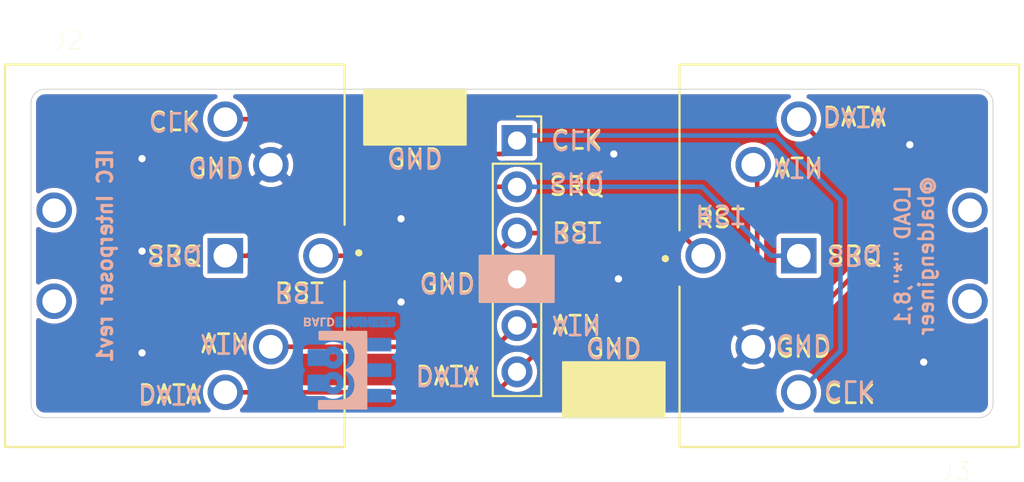
<source format=kicad_pcb>
(kicad_pcb (version 20171130) (host pcbnew "(5.1.7)-1")

  (general
    (thickness 1.6)
    (drawings 60)
    (tracks 43)
    (zones 0)
    (modules 6)
    (nets 7)
  )

  (page A4)
  (layers
    (0 F.Cu signal)
    (31 B.Cu signal)
    (32 B.Adhes user)
    (33 F.Adhes user)
    (34 B.Paste user)
    (35 F.Paste user)
    (36 B.SilkS user)
    (37 F.SilkS user)
    (38 B.Mask user)
    (39 F.Mask user)
    (40 Dwgs.User user)
    (41 Cmts.User user)
    (42 Eco1.User user)
    (43 Eco2.User user)
    (44 Edge.Cuts user)
    (45 Margin user)
    (46 B.CrtYd user hide)
    (47 F.CrtYd user hide)
    (48 B.Fab user hide)
    (49 F.Fab user hide)
  )

  (setup
    (last_trace_width 0.254)
    (trace_clearance 0.254)
    (zone_clearance 0.508)
    (zone_45_only no)
    (trace_min 0.2)
    (via_size 0.8)
    (via_drill 0.4)
    (via_min_size 0.4)
    (via_min_drill 0.3)
    (uvia_size 0.3)
    (uvia_drill 0.1)
    (uvias_allowed no)
    (uvia_min_size 0.2)
    (uvia_min_drill 0.1)
    (edge_width 0.05)
    (segment_width 0.2)
    (pcb_text_width 0.3)
    (pcb_text_size 1.5 1.5)
    (mod_edge_width 0.12)
    (mod_text_size 0.8 0.8)
    (mod_text_width 0.15)
    (pad_size 1.524 1.524)
    (pad_drill 0.762)
    (pad_to_mask_clearance 0)
    (aux_axis_origin 0 0)
    (visible_elements FFFFFF7F)
    (pcbplotparams
      (layerselection 0x010fc_ffffffff)
      (usegerberextensions false)
      (usegerberattributes true)
      (usegerberadvancedattributes true)
      (creategerberjobfile true)
      (excludeedgelayer true)
      (linewidth 0.100000)
      (plotframeref false)
      (viasonmask false)
      (mode 1)
      (useauxorigin false)
      (hpglpennumber 1)
      (hpglpenspeed 20)
      (hpglpendiameter 15.000000)
      (psnegative false)
      (psa4output false)
      (plotreference true)
      (plotvalue true)
      (plotinvisibletext false)
      (padsonsilk false)
      (subtractmaskfromsilk false)
      (outputformat 1)
      (mirror false)
      (drillshape 1)
      (scaleselection 1)
      (outputdirectory ""))
  )

  (net 0 "")
  (net 1 /RESET)
  (net 2 /DATA)
  (net 3 /CLK)
  (net 4 /ATN)
  (net 5 GND)
  (net 6 /SRQ)

  (net_class Default "This is the default net class."
    (clearance 0.254)
    (trace_width 0.254)
    (via_dia 0.8)
    (via_drill 0.4)
    (uvia_dia 0.3)
    (uvia_drill 0.1)
    (add_net /ATN)
    (add_net /CLK)
    (add_net /DATA)
    (add_net /RESET)
    (add_net /SRQ)
    (add_net GND)
  )

  (module "My Libraries:BE5v2" (layer B.Cu) (tedit 5FBC48F5) (tstamp 604F2F08)
    (at 118.364 99.822)
    (descr "Imported from BE5.svg")
    (tags svg2mod)
    (attr virtual)
    (fp_text reference svg2mod (at 0 3.048) (layer B.SilkS) hide
      (effects (font (size 1.524 1.524) (thickness 0.3048)) (justify mirror))
    )
    (fp_text value G*** (at 0 -8.048) (layer B.SilkS) hide
      (effects (font (size 1.524 1.524) (thickness 0.3048)) (justify mirror))
    )
    (fp_poly (pts (xy 4.71875 -4.795261) (xy 4.71875 -4.711563) (xy 4.78875 -4.711563) (xy 4.83875 -4.706413)
      (xy 4.86625 -4.684522) (xy 4.87875 -4.645892) (xy 4.86625 -4.60855) (xy 4.84 -4.587948)
      (xy 4.78625 -4.584085) (xy 4.71875 -4.584084) (xy 4.71875 -4.711563) (xy 4.71875 -4.795261)
      (xy 4.71875 -4.992274) (xy 4.605 -4.992274) (xy 4.605 -4.493948) (xy 4.8175 -4.493948)
      (xy 4.9125 -4.508112) (xy 4.97125 -4.559618) (xy 4.995 -4.643317) (xy 4.974219 -4.720255)
      (xy 4.91125 -4.772083) (xy 5 -4.992274) (xy 4.875 -4.992274) (xy 4.80125 -4.795261)
      (xy 4.71875 -4.795261)) (layer B.Mask) (width 0.095901))
    (fp_poly (pts (xy 4.5375 -4.589235) (xy 4.3075 -4.589235) (xy 4.3075 -4.69096) (xy 4.4875 -4.69096)
      (xy 4.4875 -4.78496) (xy 4.30625 -4.78496) (xy 4.30625 -4.893123) (xy 4.5375 -4.893123)
      (xy 4.5375 -4.992274) (xy 4.1925 -4.992274) (xy 4.1925 -4.493948) (xy 4.5375 -4.493948)
      (xy 4.5375 -4.589235)) (layer B.Mask) (width 0.095901))
    (fp_poly (pts (xy 4.12375 -4.589235) (xy 3.89375 -4.589235) (xy 3.89375 -4.69096) (xy 4.075 -4.69096)
      (xy 4.075 -4.78496) (xy 3.89375 -4.78496) (xy 3.89375 -4.893123) (xy 4.12375 -4.893123)
      (xy 4.12375 -4.992274) (xy 3.77875 -4.992274) (xy 3.77875 -4.493948) (xy 4.12375 -4.493948)
      (xy 4.12375 -4.589235)) (layer B.Mask) (width 0.095901))
    (fp_poly (pts (xy 3.68125 -4.495235) (xy 3.68125 -4.993561) (xy 3.585 -4.993561) (xy 3.39625 -4.657481)
      (xy 3.397493 -4.674221) (xy 3.398737 -4.696111) (xy 3.398737 -4.994849) (xy 3.309987 -4.994849)
      (xy 3.309987 -4.496523) (xy 3.432487 -4.496523) (xy 3.597487 -4.79011) (xy 3.594987 -4.756631)
      (xy 3.594987 -4.496523) (xy 3.681237 -4.496523) (xy 3.68125 -4.495235)) (layer B.Mask) (width 0.095901))
    (fp_poly (pts (xy 3.21125 -4.495235) (xy 3.21125 -4.993561) (xy 3.09875 -4.993561) (xy 3.09875 -4.495235)
      (xy 3.21125 -4.495235)) (layer B.Mask) (width 0.095901))
    (fp_poly (pts (xy 3.01 -4.727015) (xy 3.01 -4.993561) (xy 2.95875 -4.993561) (xy 2.9425 -4.935616)
      (xy 2.81 -5) (xy 2.725937 -4.982616) (xy 2.6625 -4.930466) (xy 2.623125 -4.85047)
      (xy 2.61 -4.750193) (xy 2.624062 -4.642673) (xy 2.66625 -4.558331) (xy 2.732656 -4.50441)
      (xy 2.81875 -4.486222) (xy 2.94875 -4.532577) (xy 3.00875 -4.657481) (xy 2.90125 -4.671645)
      (xy 2.8175 -4.581509) (xy 2.7475 -4.624002) (xy 2.72375 -4.74633) (xy 2.74875 -4.863507)
      (xy 2.82125 -4.903425) (xy 2.875 -4.882822) (xy 2.89875 -4.817151) (xy 2.8075 -4.817151)
      (xy 2.8075 -4.724439) (xy 3.01 -4.724439) (xy 3.01 -4.727015)) (layer B.Mask) (width 0.095901))
    (fp_poly (pts (xy 2.535 -4.495235) (xy 2.535 -4.993561) (xy 2.43875 -4.993561) (xy 2.25 -4.656193)
      (xy 2.251243 -4.672933) (xy 2.252487 -4.694823) (xy 2.252487 -4.993561) (xy 2.163737 -4.993561)
      (xy 2.163737 -4.495235) (xy 2.286237 -4.495235) (xy 2.451237 -4.788823) (xy 2.448737 -4.755343)
      (xy 2.448737 -4.495235) (xy 2.535 -4.495235)) (layer B.Mask) (width 0.095901))
    (fp_poly (pts (xy 2.095 -4.589235) (xy 1.865 -4.589235) (xy 1.865 -4.69096) (xy 2.04625 -4.69096)
      (xy 2.04625 -4.78496) (xy 1.865 -4.78496) (xy 1.865 -4.893123) (xy 2.095 -4.893123)
      (xy 2.095 -4.992274) (xy 1.75 -4.992274) (xy 1.75 -4.493948) (xy 2.095 -4.493948)
      (xy 2.095 -4.589235)) (layer B.Mask) (width 0.095901))
    (fp_poly (pts (xy 1.605 -0.844708) (xy 1.343613 -1.277644) (xy 1.404531 -1.184329) (xy 1.494746 -1.121435)
      (xy 1.605 -1.098377) (xy 1.715781 -1.121435) (xy 1.805937 -1.184329) (xy 1.866562 -1.277644)
      (xy 1.88875 -1.391965) (xy 1.866562 -1.505541) (xy 1.805937 -1.598474) (xy 1.715781 -1.661228)
      (xy 1.605 -1.684265) (xy 1.494219 -1.661228) (xy 1.404062 -1.598474) (xy 1.343437 -1.505541)
      (xy 1.32125 -1.391965) (xy 1.343613 -1.277644) (xy 1.605 -0.844708) (xy 1.466898 -0.863546)
      (xy 1.342685 -0.916435) (xy 1.23625 -0.99794) (xy 0.26875 -0.99794) (xy 0.26875 -1.78599)
      (xy 1.23625 -1.78599) (xy 1.34213 -1.868067) (xy 1.46662 -1.92067) (xy 1.605 -1.939222)
      (xy 1.746348 -1.919699) (xy 1.873287 -1.864585) (xy 1.980781 -1.779069) (xy 2.063796 -1.668336)
      (xy 2.117297 -1.537572) (xy 2.13625 -1.391965) (xy 2.117297 -1.246358) (xy 2.063796 -1.115594)
      (xy 1.980781 -1.004861) (xy 1.873287 -0.919344) (xy 1.746348 -0.864231) (xy 1.605 -0.844708)) (layer B.Mask) (width 0.134262))
    (fp_poly (pts (xy 3.415 -3.19727) (xy 4.7325 -3.19727) (xy 4.7325 -3.80891) (xy 3.415 -3.80891)
      (xy 3.415 -3.19727)) (layer B.Mask) (width 0.134262))
    (fp_poly (pts (xy 3.415 -1.793716) (xy 4.7325 -1.793716) (xy 4.7325 -2.405357) (xy 3.415 -2.405357)
      (xy 3.415 -1.793716)) (layer B.Mask) (width 0.134262))
    (fp_poly (pts (xy 3.415 -0.394025) (xy 4.7325 -0.394025) (xy 4.7325 -1.005666) (xy 3.415 -1.005666)
      (xy 3.415 -0.394025)) (layer B.Mask) (width 0.134262))
    (fp_poly (pts (xy 1.605 -2.241823) (xy 1.343613 -2.674961) (xy 1.404531 -2.582088) (xy 1.494746 -2.519637)
      (xy 1.605 -2.496781) (xy 1.715781 -2.519818) (xy 1.805937 -2.582571) (xy 1.866562 -2.675505)
      (xy 1.88875 -2.78908) (xy 1.866562 -2.903401) (xy 1.805937 -2.996716) (xy 1.715781 -3.059611)
      (xy 1.605 -3.082668) (xy 1.494219 -3.059611) (xy 1.404062 -2.996716) (xy 1.343437 -2.903401)
      (xy 1.32125 -2.78908) (xy 1.343613 -2.674961) (xy 1.605 -2.241823) (xy 1.466898 -2.260661)
      (xy 1.342685 -2.313551) (xy 1.23625 -2.395055) (xy 0.26875 -2.395055) (xy 0.26875 -3.183106)
      (xy 1.23625 -3.183106) (xy 1.34213 -3.265182) (xy 1.46662 -3.317786) (xy 1.605 -3.336338)
      (xy 1.746348 -3.316814) (xy 1.873287 -3.261701) (xy 1.980781 -3.176185) (xy 2.063796 -3.065451)
      (xy 2.117297 -2.934688) (xy 2.13625 -2.78908) (xy 2.117297 -2.643473) (xy 2.063796 -2.51271)
      (xy 1.980781 -2.401976) (xy 1.873287 -2.31646) (xy 1.746348 -2.261347) (xy 1.605 -2.241823)) (layer B.Mask) (width 0.134262))
    (fp_poly (pts (xy 1.27875 -4.495236) (xy 1.39 -4.58666) (xy 1.39 -4.899563) (xy 1.43625 -4.899563)
      (xy 1.52875 -4.851919) (xy 1.55875 -4.739893) (xy 1.54125 -4.656194) (xy 1.49875 -4.602112)
      (xy 1.4375 -4.58666) (xy 1.39 -4.58666) (xy 1.27875 -4.495236) (xy 1.42625 -4.495236)
      (xy 1.56125 -4.52099) (xy 1.64 -4.602112) (xy 1.675 -4.742468) (xy 1.659844 -4.840652)
      (xy 1.61375 -4.921453) (xy 1.540625 -4.975374) (xy 1.445 -4.993562) (xy 1.27875 -4.993562)
      (xy 1.27875 -4.495236)) (layer B.SilkS) (width 0))
    (fp_poly (pts (xy 1.02875 -4.894412) (xy 1.22125 -4.894412) (xy 1.22125 -4.993562) (xy 0.91375 -4.993562)
      (xy 0.91375 -4.495236) (xy 1.02875 -4.495236) (xy 1.02875 -4.894412)) (layer B.SilkS) (width 0))
    (fp_poly (pts (xy 0.71 -4.495236) (xy 0.68375 -4.799125) (xy 0.6325 -4.624003) (xy 0.58125 -4.799125)
      (xy 0.68375 -4.799125) (xy 0.71 -4.495236) (xy 0.86125 -4.993562) (xy 0.74 -4.993562)
      (xy 0.71 -4.890549) (xy 0.55375 -4.890549) (xy 0.52375 -4.993562) (xy 0.425 -4.993562)
      (xy 0.58 -4.495236) (xy 0.71 -4.495236)) (layer B.SilkS) (width 0))
    (fp_poly (pts (xy 0 -4.495236) (xy 0.1125 -4.582797) (xy 0.1125 -4.692249) (xy 0.19875 -4.692249)
      (xy 0.25875 -4.672934) (xy 0.27125 -4.635592) (xy 0.26125 -4.6034) (xy 0.23875 -4.58666)
      (xy 0.19125 -4.582797) (xy 0.1125 -4.582797) (xy 0 -4.495236) (xy 0.1125 -4.781098)
      (xy 0.1125 -4.900851) (xy 0.2 -4.900851) (xy 0.2625 -4.885399) (xy 0.28125 -4.84033)
      (xy 0.26375 -4.799125) (xy 0.205 -4.781098) (xy 0.1125 -4.781098) (xy 0 -4.495236)
      (xy 0.225 -4.495236) (xy 0.31625 -4.510688) (xy 0.36625 -4.554469) (xy 0.38625 -4.624003)
      (xy 0.364531 -4.692893) (xy 0.29875 -4.734742) (xy 0.37375 -4.781098) (xy 0.39875 -4.85707)
      (xy 0.3575 -4.953645) (xy 0.22375 -4.99485) (xy 0 -4.99485) (xy 0 -4.495236)) (layer B.SilkS) (width 0))
    (fp_poly (pts (xy 2.57875 -3.573269) (xy 2.480422 -3.642272) (xy 2.365463 -3.698649) (xy 2.233906 -3.742436)
      (xy 2.085787 -3.773667) (xy 1.92114 -3.79238) (xy 1.74 -3.79861) (xy 0.8675 -3.79861)
      (xy 0.8675 -4.192635) (xy 3.415 -4.192635) (xy 3.415 0) (xy 0.8375 0)
      (xy 0.8375 -0.394025) (xy 1.61875 -0.394025) (xy 1.772285 -0.39642) (xy 1.910468 -0.403522)
      (xy 2.033418 -0.415211) (xy 2.14125 -0.431368) (xy 2.267176 -0.460936) (xy 2.375324 -0.50052)
      (xy 2.46625 -0.549833) (xy 2.577916 -0.636154) (xy 2.670416 -0.738213) (xy 2.74375 -0.856297)
      (xy 2.796713 -0.986828) (xy 2.828287 -1.128805) (xy 2.83875 -1.282514) (xy 2.831269 -1.419348)
      (xy 2.808906 -1.54568) (xy 2.771777 -1.661147) (xy 2.72 -1.765388) (xy 2.652285 -1.860755)
      (xy 2.567343 -1.947914) (xy 2.465293 -2.026864) (xy 2.34625 -2.097605) (xy 2.46625 -2.158246)
      (xy 2.569375 -2.228303) (xy 2.655625 -2.308018) (xy 2.725 -2.397631) (xy 2.778418 -2.498109)
      (xy 2.816718 -2.610418) (xy 2.839785 -2.734798) (xy 2.8475 -2.871492) (xy 2.840526 -3.023001)
      (xy 2.818379 -3.160739) (xy 2.781093 -3.284671) (xy 2.728703 -3.39476) (xy 2.661244 -3.490971)
      (xy 2.57875 -3.573269)) (layer B.SilkS) (width 0.134262))
    (fp_poly (pts (xy 4.71875 -4.795261) (xy 4.71875 -4.711563) (xy 4.78875 -4.711563) (xy 4.83875 -4.706413)
      (xy 4.86625 -4.684522) (xy 4.87875 -4.645892) (xy 4.86625 -4.60855) (xy 4.84 -4.587948)
      (xy 4.78625 -4.584085) (xy 4.71875 -4.584084) (xy 4.71875 -4.711563) (xy 4.71875 -4.795261)
      (xy 4.71875 -4.992274) (xy 4.605 -4.992274) (xy 4.605 -4.493948) (xy 4.8175 -4.493948)
      (xy 4.9125 -4.508112) (xy 4.97125 -4.559618) (xy 4.995 -4.643317) (xy 4.974219 -4.720255)
      (xy 4.91125 -4.772083) (xy 5 -4.992274) (xy 4.875 -4.992274) (xy 4.80125 -4.795261)
      (xy 4.71875 -4.795261)) (layer B.Cu) (width 0.095901))
    (fp_poly (pts (xy 4.5375 -4.589235) (xy 4.3075 -4.589235) (xy 4.3075 -4.69096) (xy 4.4875 -4.69096)
      (xy 4.4875 -4.78496) (xy 4.30625 -4.78496) (xy 4.30625 -4.893123) (xy 4.5375 -4.893123)
      (xy 4.5375 -4.992274) (xy 4.1925 -4.992274) (xy 4.1925 -4.493948) (xy 4.5375 -4.493948)
      (xy 4.5375 -4.589235)) (layer B.Cu) (width 0.095901))
    (fp_poly (pts (xy 4.12375 -4.589235) (xy 3.89375 -4.589235) (xy 3.89375 -4.69096) (xy 4.075 -4.69096)
      (xy 4.075 -4.78496) (xy 3.89375 -4.78496) (xy 3.89375 -4.893123) (xy 4.12375 -4.893123)
      (xy 4.12375 -4.992274) (xy 3.77875 -4.992274) (xy 3.77875 -4.493948) (xy 4.12375 -4.493948)
      (xy 4.12375 -4.589235)) (layer B.Cu) (width 0.095901))
    (fp_poly (pts (xy 3.68125 -4.495235) (xy 3.68125 -4.993561) (xy 3.585 -4.993561) (xy 3.39625 -4.657481)
      (xy 3.397493 -4.674221) (xy 3.398737 -4.696111) (xy 3.398737 -4.994849) (xy 3.309987 -4.994849)
      (xy 3.309987 -4.496523) (xy 3.432487 -4.496523) (xy 3.597487 -4.79011) (xy 3.594987 -4.756631)
      (xy 3.594987 -4.496523) (xy 3.681237 -4.496523) (xy 3.68125 -4.495235)) (layer B.Cu) (width 0.095901))
    (fp_poly (pts (xy 3.21125 -4.495235) (xy 3.21125 -4.993561) (xy 3.09875 -4.993561) (xy 3.09875 -4.495235)
      (xy 3.21125 -4.495235)) (layer B.Cu) (width 0.095901))
    (fp_poly (pts (xy 3.01 -4.727015) (xy 3.01 -4.993561) (xy 2.95875 -4.993561) (xy 2.9425 -4.935616)
      (xy 2.81 -5) (xy 2.725937 -4.982616) (xy 2.6625 -4.930466) (xy 2.623125 -4.85047)
      (xy 2.61 -4.750193) (xy 2.624062 -4.642673) (xy 2.66625 -4.558331) (xy 2.732656 -4.50441)
      (xy 2.81875 -4.486222) (xy 2.94875 -4.532577) (xy 3.00875 -4.657481) (xy 2.90125 -4.671645)
      (xy 2.8175 -4.581509) (xy 2.7475 -4.624002) (xy 2.72375 -4.74633) (xy 2.74875 -4.863507)
      (xy 2.82125 -4.903425) (xy 2.875 -4.882822) (xy 2.89875 -4.817151) (xy 2.8075 -4.817151)
      (xy 2.8075 -4.724439) (xy 3.01 -4.724439) (xy 3.01 -4.727015)) (layer B.Cu) (width 0.095901))
    (fp_poly (pts (xy 2.535 -4.495235) (xy 2.535 -4.993561) (xy 2.43875 -4.993561) (xy 2.25 -4.656193)
      (xy 2.251243 -4.672933) (xy 2.252487 -4.694823) (xy 2.252487 -4.993561) (xy 2.163737 -4.993561)
      (xy 2.163737 -4.495235) (xy 2.286237 -4.495235) (xy 2.451237 -4.788823) (xy 2.448737 -4.755343)
      (xy 2.448737 -4.495235) (xy 2.535 -4.495235)) (layer B.Cu) (width 0.095901))
    (fp_poly (pts (xy 2.095 -4.589235) (xy 1.865 -4.589235) (xy 1.865 -4.69096) (xy 2.04625 -4.69096)
      (xy 2.04625 -4.78496) (xy 1.865 -4.78496) (xy 1.865 -4.893123) (xy 2.095 -4.893123)
      (xy 2.095 -4.992274) (xy 1.75 -4.992274) (xy 1.75 -4.493948) (xy 2.095 -4.493948)
      (xy 2.095 -4.589235)) (layer B.Cu) (width 0.095901))
    (fp_poly (pts (xy 1.605 -0.844708) (xy 1.343613 -1.277644) (xy 1.404531 -1.184329) (xy 1.494746 -1.121435)
      (xy 1.605 -1.098377) (xy 1.715781 -1.121435) (xy 1.805937 -1.184329) (xy 1.866562 -1.277644)
      (xy 1.88875 -1.391965) (xy 1.866562 -1.505541) (xy 1.805937 -1.598474) (xy 1.715781 -1.661228)
      (xy 1.605 -1.684265) (xy 1.494219 -1.661228) (xy 1.404062 -1.598474) (xy 1.343437 -1.505541)
      (xy 1.32125 -1.391965) (xy 1.343613 -1.277644) (xy 1.605 -0.844708) (xy 1.466898 -0.863546)
      (xy 1.342685 -0.916435) (xy 1.23625 -0.99794) (xy 0.26875 -0.99794) (xy 0.26875 -1.78599)
      (xy 1.23625 -1.78599) (xy 1.34213 -1.868067) (xy 1.46662 -1.92067) (xy 1.605 -1.939222)
      (xy 1.746348 -1.919699) (xy 1.873287 -1.864585) (xy 1.980781 -1.779069) (xy 2.063796 -1.668336)
      (xy 2.117297 -1.537572) (xy 2.13625 -1.391965) (xy 2.117297 -1.246358) (xy 2.063796 -1.115594)
      (xy 1.980781 -1.004861) (xy 1.873287 -0.919344) (xy 1.746348 -0.864231) (xy 1.605 -0.844708)) (layer B.Cu) (width 0.134262))
    (fp_poly (pts (xy 3.415 -3.19727) (xy 4.7325 -3.19727) (xy 4.7325 -3.80891) (xy 3.415 -3.80891)
      (xy 3.415 -3.19727)) (layer B.Cu) (width 0.134262))
    (fp_poly (pts (xy 3.415 -1.793716) (xy 4.7325 -1.793716) (xy 4.7325 -2.405357) (xy 3.415 -2.405357)
      (xy 3.415 -1.793716)) (layer B.Cu) (width 0.134262))
    (fp_poly (pts (xy 3.415 -0.394025) (xy 4.7325 -0.394025) (xy 4.7325 -1.005666) (xy 3.415 -1.005666)
      (xy 3.415 -0.394025)) (layer B.Cu) (width 0.134262))
    (fp_poly (pts (xy 1.605 -2.241823) (xy 1.343613 -2.674961) (xy 1.404531 -2.582088) (xy 1.494746 -2.519637)
      (xy 1.605 -2.496781) (xy 1.715781 -2.519818) (xy 1.805937 -2.582571) (xy 1.866562 -2.675505)
      (xy 1.88875 -2.78908) (xy 1.866562 -2.903401) (xy 1.805937 -2.996716) (xy 1.715781 -3.059611)
      (xy 1.605 -3.082668) (xy 1.494219 -3.059611) (xy 1.404062 -2.996716) (xy 1.343437 -2.903401)
      (xy 1.32125 -2.78908) (xy 1.343613 -2.674961) (xy 1.605 -2.241823) (xy 1.466898 -2.260661)
      (xy 1.342685 -2.313551) (xy 1.23625 -2.395055) (xy 0.26875 -2.395055) (xy 0.26875 -3.183106)
      (xy 1.23625 -3.183106) (xy 1.34213 -3.265182) (xy 1.46662 -3.317786) (xy 1.605 -3.336338)
      (xy 1.746348 -3.316814) (xy 1.873287 -3.261701) (xy 1.980781 -3.176185) (xy 2.063796 -3.065451)
      (xy 2.117297 -2.934688) (xy 2.13625 -2.78908) (xy 2.117297 -2.643473) (xy 2.063796 -2.51271)
      (xy 1.980781 -2.401976) (xy 1.873287 -2.31646) (xy 1.746348 -2.261347) (xy 1.605 -2.241823)) (layer B.Cu) (width 0.134262))
  )

  (module "My Libraries:Harwin-S1751-46-Test-Point" (layer F.Cu) (tedit 5F9F0FC9) (tstamp 604F23BE)
    (at 135.382 98.806)
    (path /606AF9FF)
    (fp_text reference TP2 (at 0.254 2.286) (layer F.SilkS) hide
      (effects (font (size 1 1) (thickness 0.15)))
    )
    (fp_text value GND (at 0 -1.778) (layer F.Fab)
      (effects (font (size 1 1) (thickness 0.15)))
    )
    (pad 1 smd rect (at 0 0) (size 3.45 1.85) (layers F.Cu F.Paste F.Mask)
      (net 5 GND))
    (model "C:/Users/balde/Dropbox/KiCad/Downloaded Libraries/s1751-46.stp"
      (offset (xyz 0 0.825 2))
      (scale (xyz 1 1 1))
      (rotate (xyz -90 0 0))
    )
  )

  (module "My Libraries:Harwin-S1751-46-Test-Point" (layer F.Cu) (tedit 5F9F0FC9) (tstamp 604F23B9)
    (at 124.46 83.82)
    (path /604FF6EC)
    (fp_text reference TP1 (at 0.254 2.286) (layer F.SilkS) hide
      (effects (font (size 1 1) (thickness 0.15)))
    )
    (fp_text value GND (at 0 -1.778) (layer F.Fab)
      (effects (font (size 1 1) (thickness 0.15)))
    )
    (pad 1 smd rect (at 0 0) (size 3.45 1.85) (layers F.Cu F.Paste F.Mask)
      (net 5 GND))
    (model "C:/Users/balde/Dropbox/KiCad/Downloaded Libraries/s1751-46.stp"
      (offset (xyz 0 0.825 2))
      (scale (xyz 1 1 1))
      (rotate (xyz -90 0 0))
    )
  )

  (module "My Downloaded Libraries:CUI_SDF-60J" (layer F.Cu) (tedit 604D91E6) (tstamp 604F23B4)
    (at 154.94 91.44 180)
    (path /604E9A5A)
    (fp_text reference J3 (at 0.775 -11.835) (layer F.SilkS)
      (effects (font (size 1 1) (thickness 0.015)))
    )
    (fp_text value OUT (at 4.185 11.835) (layer F.Fab)
      (effects (font (size 1 1) (thickness 0.015)))
    )
    (fp_line (start -2.7 -10.5) (end 15.95 -10.5) (layer F.Fab) (width 0.127))
    (fp_line (start 15.95 -10.5) (end 15.95 10.5) (layer F.Fab) (width 0.127))
    (fp_line (start 15.95 10.5) (end -2.7 10.5) (layer F.Fab) (width 0.127))
    (fp_line (start -2.7 10.5) (end -2.7 -10.5) (layer F.Fab) (width 0.127))
    (fp_line (start -2.7 -10.5) (end 15.95 -10.5) (layer F.SilkS) (width 0.127))
    (fp_line (start 15.95 10.5) (end -2.7 10.5) (layer F.SilkS) (width 0.127))
    (fp_line (start -2.7 10.5) (end -2.7 -10.5) (layer F.SilkS) (width 0.127))
    (fp_line (start -2.95 -10.75) (end 16.2 -10.75) (layer F.CrtYd) (width 0.05))
    (fp_line (start 16.2 -10.75) (end 16.2 10.75) (layer F.CrtYd) (width 0.05))
    (fp_line (start 16.2 10.75) (end -2.95 10.75) (layer F.CrtYd) (width 0.05))
    (fp_line (start -2.95 10.75) (end -2.95 -10.75) (layer F.CrtYd) (width 0.05))
    (fp_circle (center 16.729 -0.159) (end 16.829 -0.159) (layer F.SilkS) (width 0.2))
    (fp_circle (center 16.729 -0.159) (end 16.829 -0.159) (layer F.Fab) (width 0.2))
    (fp_line (start 15.95 -10.5) (end 15.95 -1.7) (layer F.SilkS) (width 0.127))
    (fp_line (start 15.95 1.4) (end 15.95 10.5) (layer F.SilkS) (width 0.127))
    (pad 5 thru_hole circle (at 9.4 7.5 180) (size 1.95 1.95) (drill 1.3) (layers *.Cu *.Mask)
      (net 2 /DATA))
    (pad 3 thru_hole circle (at 11.9 5 180) (size 1.95 1.95) (drill 1.3) (layers *.Cu *.Mask)
      (net 4 /ATN))
    (pad 2 thru_hole circle (at 11.9 -5 180) (size 1.95 1.95) (drill 1.3) (layers *.Cu *.Mask)
      (net 5 GND))
    (pad E1 thru_hole circle (at 0 -2.5 180) (size 1.95 1.95) (drill 1.3) (layers *.Cu *.Mask))
    (pad E2 thru_hole circle (at 0 2.5 180) (size 1.95 1.95) (drill 1.3) (layers *.Cu *.Mask))
    (pad 4 thru_hole circle (at 9.4 -7.5 180) (size 1.95 1.95) (drill 1.3) (layers *.Cu *.Mask)
      (net 3 /CLK))
    (pad 1 thru_hole rect (at 9.4 0 180) (size 1.95 1.95) (drill 1.3) (layers *.Cu *.Mask)
      (net 6 /SRQ))
    (pad 6 thru_hole circle (at 14.65 0 180) (size 1.95 1.95) (drill 1.3) (layers *.Cu *.Mask)
      (net 1 /RESET))
  )

  (module "My Downloaded Libraries:CUI_SDF-60J" (layer F.Cu) (tedit 604D91E6) (tstamp 604F2463)
    (at 104.648 91.44)
    (path /604E2965)
    (fp_text reference J2 (at 0.775 -11.835) (layer F.SilkS)
      (effects (font (size 1 1) (thickness 0.015)))
    )
    (fp_text value IN (at 4.185 11.835) (layer F.Fab)
      (effects (font (size 1 1) (thickness 0.015)))
    )
    (fp_line (start -2.7 -10.5) (end 15.95 -10.5) (layer F.Fab) (width 0.127))
    (fp_line (start 15.95 -10.5) (end 15.95 10.5) (layer F.Fab) (width 0.127))
    (fp_line (start 15.95 10.5) (end -2.7 10.5) (layer F.Fab) (width 0.127))
    (fp_line (start -2.7 10.5) (end -2.7 -10.5) (layer F.Fab) (width 0.127))
    (fp_line (start -2.7 -10.5) (end 15.95 -10.5) (layer F.SilkS) (width 0.127))
    (fp_line (start 15.95 10.5) (end -2.7 10.5) (layer F.SilkS) (width 0.127))
    (fp_line (start -2.7 10.5) (end -2.7 -10.5) (layer F.SilkS) (width 0.127))
    (fp_line (start -2.95 -10.75) (end 16.2 -10.75) (layer F.CrtYd) (width 0.05))
    (fp_line (start 16.2 -10.75) (end 16.2 10.75) (layer F.CrtYd) (width 0.05))
    (fp_line (start 16.2 10.75) (end -2.95 10.75) (layer F.CrtYd) (width 0.05))
    (fp_line (start -2.95 10.75) (end -2.95 -10.75) (layer F.CrtYd) (width 0.05))
    (fp_circle (center 16.729 -0.159) (end 16.829 -0.159) (layer F.SilkS) (width 0.2))
    (fp_circle (center 16.729 -0.159) (end 16.829 -0.159) (layer F.Fab) (width 0.2))
    (fp_line (start 15.95 -10.5) (end 15.95 -1.7) (layer F.SilkS) (width 0.127))
    (fp_line (start 15.95 1.4) (end 15.95 10.5) (layer F.SilkS) (width 0.127))
    (pad 5 thru_hole circle (at 9.4 7.5) (size 1.95 1.95) (drill 1.3) (layers *.Cu *.Mask)
      (net 2 /DATA))
    (pad 3 thru_hole circle (at 11.9 5) (size 1.95 1.95) (drill 1.3) (layers *.Cu *.Mask)
      (net 4 /ATN))
    (pad 2 thru_hole circle (at 11.9 -5) (size 1.95 1.95) (drill 1.3) (layers *.Cu *.Mask)
      (net 5 GND))
    (pad E1 thru_hole circle (at 0 -2.5) (size 1.95 1.95) (drill 1.3) (layers *.Cu *.Mask))
    (pad E2 thru_hole circle (at 0 2.5) (size 1.95 1.95) (drill 1.3) (layers *.Cu *.Mask))
    (pad 4 thru_hole circle (at 9.4 -7.5) (size 1.95 1.95) (drill 1.3) (layers *.Cu *.Mask)
      (net 3 /CLK))
    (pad 1 thru_hole rect (at 9.4 0) (size 1.95 1.95) (drill 1.3) (layers *.Cu *.Mask)
      (net 6 /SRQ))
    (pad 6 thru_hole circle (at 14.65 0) (size 1.95 1.95) (drill 1.3) (layers *.Cu *.Mask)
      (net 1 /RESET))
  )

  (module Connector_PinSocket_2.54mm:PinSocket_1x06_P2.54mm_Vertical (layer F.Cu) (tedit 5A19A430) (tstamp 604F237E)
    (at 130.065 85.115)
    (descr "Through hole straight socket strip, 1x06, 2.54mm pitch, single row (from Kicad 4.0.7), script generated")
    (tags "Through hole socket strip THT 1x06 2.54mm single row")
    (path /604E9EFD)
    (fp_text reference J1 (at 0 -2.77) (layer F.SilkS) hide
      (effects (font (size 1 1) (thickness 0.15)))
    )
    (fp_text value LA (at 0 15.47) (layer F.Fab)
      (effects (font (size 1 1) (thickness 0.15)))
    )
    (fp_text user %R (at 0 6.35 90) (layer F.Fab)
      (effects (font (size 1 1) (thickness 0.15)))
    )
    (fp_line (start -1.27 -1.27) (end 0.635 -1.27) (layer F.Fab) (width 0.1))
    (fp_line (start 0.635 -1.27) (end 1.27 -0.635) (layer F.Fab) (width 0.1))
    (fp_line (start 1.27 -0.635) (end 1.27 13.97) (layer F.Fab) (width 0.1))
    (fp_line (start 1.27 13.97) (end -1.27 13.97) (layer F.Fab) (width 0.1))
    (fp_line (start -1.27 13.97) (end -1.27 -1.27) (layer F.Fab) (width 0.1))
    (fp_line (start -1.33 1.27) (end 1.33 1.27) (layer F.SilkS) (width 0.12))
    (fp_line (start -1.33 1.27) (end -1.33 14.03) (layer F.SilkS) (width 0.12))
    (fp_line (start -1.33 14.03) (end 1.33 14.03) (layer F.SilkS) (width 0.12))
    (fp_line (start 1.33 1.27) (end 1.33 14.03) (layer F.SilkS) (width 0.12))
    (fp_line (start 1.33 -1.33) (end 1.33 0) (layer F.SilkS) (width 0.12))
    (fp_line (start 0 -1.33) (end 1.33 -1.33) (layer F.SilkS) (width 0.12))
    (fp_line (start -1.8 -1.8) (end 1.75 -1.8) (layer F.CrtYd) (width 0.05))
    (fp_line (start 1.75 -1.8) (end 1.75 14.45) (layer F.CrtYd) (width 0.05))
    (fp_line (start 1.75 14.45) (end -1.8 14.45) (layer F.CrtYd) (width 0.05))
    (fp_line (start -1.8 14.45) (end -1.8 -1.8) (layer F.CrtYd) (width 0.05))
    (pad 6 thru_hole oval (at 0 12.7) (size 1.7 1.7) (drill 1) (layers *.Cu *.Mask)
      (net 2 /DATA))
    (pad 5 thru_hole oval (at 0 10.16) (size 1.7 1.7) (drill 1) (layers *.Cu *.Mask)
      (net 4 /ATN))
    (pad 4 thru_hole oval (at 0 7.62) (size 1.7 1.7) (drill 1) (layers *.Cu *.Mask)
      (net 5 GND))
    (pad 3 thru_hole oval (at 0 5.08) (size 1.7 1.7) (drill 1) (layers *.Cu *.Mask)
      (net 1 /RESET))
    (pad 2 thru_hole oval (at 0 2.54) (size 1.7 1.7) (drill 1) (layers *.Cu *.Mask)
      (net 6 /SRQ))
    (pad 1 thru_hole rect (at 0 0) (size 1.7 1.7) (drill 1) (layers *.Cu *.Mask)
      (net 3 /CLK))
    (model ${KISYS3DMOD}/Connector_PinSocket_2.54mm.3dshapes/PinSocket_1x06_P2.54mm_Vertical.wrl
      (at (xyz 0 0 0))
      (scale (xyz 1 1 1))
      (rotate (xyz 0 0 0))
    )
  )

  (gr_arc (start 155.448 83.058) (end 156.21 83.058) (angle -90) (layer Edge.Cuts) (width 0.05) (tstamp 604F2DCF))
  (gr_arc (start 155.448 99.568) (end 155.448 100.33) (angle -90) (layer Edge.Cuts) (width 0.05) (tstamp 604F2DCF))
  (gr_arc (start 104.14 99.568) (end 103.378 99.568) (angle -90) (layer Edge.Cuts) (width 0.05) (tstamp 604F2DCF))
  (gr_arc (start 104.14 83.058) (end 104.14 82.296) (angle -90) (layer Edge.Cuts) (width 0.05))
  (gr_text "LOAD \"*\",8,1\n@baldengineer" (at 151.892 91.44 90) (layer B.SilkS) (tstamp 604F2D5B)
    (effects (font (size 0.8 0.8) (thickness 0.15)) (justify mirror))
  )
  (gr_text "IEC Interposer rev1" (at 107.442 91.44 90) (layer B.SilkS)
    (effects (font (size 0.8 0.8) (thickness 0.175)) (justify mirror))
  )
  (gr_poly (pts (xy 138.176 100.33) (xy 132.588 100.33) (xy 132.588 97.282) (xy 138.176 97.282)) (layer F.SilkS) (width 0.1) (tstamp 604F2CEB))
  (gr_poly (pts (xy 127.254 85.344) (xy 121.666 85.344) (xy 121.666 82.296) (xy 127.254 82.296)) (layer F.SilkS) (width 0.1) (tstamp 604F2CE8))
  (gr_text GND (at 135.382 96.52 180) (layer B.SilkS) (tstamp 604F2C87)
    (effects (font (size 1 1) (thickness 0.15)) (justify mirror))
  )
  (gr_text GND (at 135.382 96.52) (layer F.SilkS) (tstamp 604F2C87)
    (effects (font (size 1 1) (thickness 0.15)))
  )
  (gr_text GND (at 124.46 86.106 180) (layer B.SilkS) (tstamp 604F2C87)
    (effects (font (size 1 1) (thickness 0.15)) (justify mirror))
  )
  (gr_text GND (at 124.46 86.106) (layer F.SilkS) (tstamp 604F2C87)
    (effects (font (size 1 1) (thickness 0.15)))
  )
  (gr_text GND (at 145.796 96.266 180) (layer B.SilkS) (tstamp 604F2C87)
    (effects (font (size 1 1) (thickness 0.15)) (justify mirror))
  )
  (gr_text GND (at 145.796 96.52) (layer F.SilkS) (tstamp 604F2C87)
    (effects (font (size 1 1) (thickness 0.15)))
  )
  (gr_text GND (at 113.538 86.614 180) (layer B.SilkS) (tstamp 604F2C87)
    (effects (font (size 1 1) (thickness 0.15)) (justify mirror))
  )
  (gr_text GND (at 113.538 86.614) (layer F.SilkS) (tstamp 604F2C87)
    (effects (font (size 1 1) (thickness 0.15)))
  )
  (gr_text GND (at 126.238 92.964 180) (layer B.SilkS) (tstamp 604F2C87)
    (effects (font (size 1 1) (thickness 0.15)) (justify mirror))
  )
  (gr_text DATA (at 148.59 83.82 180) (layer B.SilkS) (tstamp 604F2C7D)
    (effects (font (size 1 1) (thickness 0.15)) (justify mirror))
  )
  (gr_text DATA (at 148.59 83.82) (layer F.SilkS) (tstamp 604F2C7D)
    (effects (font (size 1 1) (thickness 0.15)))
  )
  (gr_text DATA (at 110.998 99.06 180) (layer B.SilkS) (tstamp 604F2C7D)
    (effects (font (size 1 1) (thickness 0.15)) (justify mirror))
  )
  (gr_text DATA (at 110.998 99.06) (layer F.SilkS) (tstamp 604F2C7D)
    (effects (font (size 1 1) (thickness 0.15)))
  )
  (gr_text DATA (at 126.238 98.044 180) (layer B.SilkS) (tstamp 604F2C7D)
    (effects (font (size 1 1) (thickness 0.15)) (justify mirror))
  )
  (gr_text ATN (at 114.046 96.266 180) (layer B.SilkS) (tstamp 604F2C73)
    (effects (font (size 1 1) (thickness 0.15)) (justify mirror))
  )
  (gr_text ATN (at 114.046 96.266) (layer F.SilkS) (tstamp 604F2C73)
    (effects (font (size 1 1) (thickness 0.15)))
  )
  (gr_text ATN (at 145.542 86.614 180) (layer B.SilkS) (tstamp 604F2C73)
    (effects (font (size 1 1) (thickness 0.15)) (justify mirror))
  )
  (gr_text ATN (at 145.542 86.614) (layer F.SilkS) (tstamp 604F2C73)
    (effects (font (size 1 1) (thickness 0.15)))
  )
  (gr_text ATN (at 133.35 95.25 180) (layer B.SilkS) (tstamp 604F2C73)
    (effects (font (size 1 1) (thickness 0.15)) (justify mirror))
  )
  (gr_text RST (at 118.11 93.472 180) (layer B.SilkS) (tstamp 604F2C68)
    (effects (font (size 1 1) (thickness 0.15)) (justify mirror))
  )
  (gr_text RST (at 118.11 93.472) (layer F.SilkS) (tstamp 604F2C68)
    (effects (font (size 1 1) (thickness 0.15)))
  )
  (gr_text RST (at 141.224 89.154 180) (layer B.SilkS) (tstamp 604F2C68)
    (effects (font (size 1 1) (thickness 0.15)) (justify mirror))
  )
  (gr_text RST (at 141.224 89.408) (layer F.SilkS) (tstamp 604F2C68)
    (effects (font (size 1 1) (thickness 0.15)))
  )
  (gr_text RST (at 133.35 90.17 180) (layer B.SilkS) (tstamp 604F2C68)
    (effects (font (size 1 1) (thickness 0.15)) (justify mirror))
  )
  (gr_text SRQ (at 111.252 91.44 180) (layer B.SilkS) (tstamp 604F2C5E)
    (effects (font (size 1 1) (thickness 0.15)) (justify mirror))
  )
  (gr_text SRQ (at 111.252 91.44) (layer F.SilkS) (tstamp 604F2C5E)
    (effects (font (size 1 1) (thickness 0.15)))
  )
  (gr_text SRQ (at 148.59 91.44 180) (layer B.SilkS) (tstamp 604F2C5E)
    (effects (font (size 1 1) (thickness 0.15)) (justify mirror))
  )
  (gr_text SRQ (at 148.59 91.44) (layer F.SilkS) (tstamp 604F2C5E)
    (effects (font (size 1 1) (thickness 0.15)))
  )
  (gr_text SRQ (at 133.35 87.376 180) (layer B.SilkS) (tstamp 604F2C5E)
    (effects (font (size 1 1) (thickness 0.15)) (justify mirror))
  )
  (gr_text CLK (at 111.252 84.074 180) (layer B.SilkS) (tstamp 604F2C54)
    (effects (font (size 1 1) (thickness 0.15)) (justify mirror))
  )
  (gr_text CLK (at 111.252 84.074) (layer F.SilkS) (tstamp 604F2C54)
    (effects (font (size 1 1) (thickness 0.15)))
  )
  (gr_text CLK (at 148.336 98.806 180) (layer B.SilkS) (tstamp 604F2C54)
    (effects (font (size 1 1) (thickness 0.15)) (justify mirror))
  )
  (gr_text CLK (at 148.336 99.06) (layer F.SilkS) (tstamp 604F2C54)
    (effects (font (size 1 1) (thickness 0.15)))
  )
  (gr_text CLK (at 133.35 85.09 180) (layer B.SilkS) (tstamp 604F2C54)
    (effects (font (size 1 1) (thickness 0.15)) (justify mirror))
  )
  (gr_poly (pts (xy 138.176 100.33) (xy 132.588 100.33) (xy 132.588 97.282) (xy 138.176 97.282)) (layer B.Mask) (width 0.1) (tstamp 604F2BF1))
  (gr_poly (pts (xy 127.254 85.344) (xy 121.666 85.344) (xy 121.666 82.296) (xy 127.254 82.296)) (layer B.Mask) (width 0.1) (tstamp 604F2BE5))
  (gr_poly (pts (xy 132.08 91.44) (xy 128.016 91.44) (xy 128.016 93.98) (xy 132.08 93.98)) (layer B.SilkS) (width 0.1) (tstamp 604F2BE5))
  (gr_poly (pts (xy 132.08 93.98) (xy 128.016 93.98) (xy 128.016 91.44) (xy 132.08 91.44)) (layer F.SilkS) (width 0.1))
  (gr_text GND (at 126.238 92.964) (layer F.SilkS) (tstamp 604F2BCC)
    (effects (font (size 1 1) (thickness 0.15)))
  )
  (gr_text DATA (at 126.238 98.044) (layer F.SilkS) (tstamp 604F2BCC)
    (effects (font (size 1 1) (thickness 0.15)))
  )
  (gr_text ATN (at 133.35 95.25) (layer F.SilkS) (tstamp 604F2BCC)
    (effects (font (size 1 1) (thickness 0.15)))
  )
  (gr_text RST (at 133.35 90.17) (layer F.SilkS) (tstamp 604F2BCC)
    (effects (font (size 1 1) (thickness 0.15)))
  )
  (gr_text SRQ (at 133.35 87.63) (layer F.SilkS) (tstamp 604F2BCC)
    (effects (font (size 1 1) (thickness 0.15)))
  )
  (gr_text CLK (at 133.35 85.09) (layer F.SilkS)
    (effects (font (size 1 1) (thickness 0.15)))
  )
  (gr_line (start 103.378 99.568) (end 103.378 83.058) (layer Edge.Cuts) (width 0.05))
  (gr_line (start 155.448 100.33) (end 104.14 100.33) (layer Edge.Cuts) (width 0.05))
  (gr_line (start 156.21 83.058) (end 156.21 99.568) (layer Edge.Cuts) (width 0.05))
  (gr_line (start 104.14 82.296) (end 155.448 82.296) (layer Edge.Cuts) (width 0.05))
  (gr_line (start 153.416 82.55) (end 152.908 77.47) (layer Dwgs.User) (width 0.15))
  (gr_line (start 111.506 82.55) (end 153.416 82.55) (layer Dwgs.User) (width 0.15))
  (gr_line (start 104.14 100.33) (end 111.506 82.55) (layer Dwgs.User) (width 0.15))
  (gr_line (start 152.4 100.33) (end 104.14 100.33) (layer Dwgs.User) (width 0.15))

  (segment (start 128.82 91.44) (end 130.065 90.195) (width 0.254) (layer F.Cu) (net 1))
  (segment (start 119.298 91.44) (end 128.82 91.44) (width 0.254) (layer F.Cu) (net 1))
  (segment (start 139.045 90.195) (end 140.29 91.44) (width 0.254) (layer F.Cu) (net 1))
  (segment (start 130.065 90.195) (end 139.045 90.195) (width 0.254) (layer F.Cu) (net 1))
  (segment (start 128.94 98.94) (end 130.065 97.815) (width 0.254) (layer F.Cu) (net 2))
  (segment (start 114.048 98.94) (end 128.94 98.94) (width 0.254) (layer F.Cu) (net 2))
  (segment (start 148.59 86.99) (end 145.54 83.94) (width 0.254) (layer F.Cu) (net 2))
  (segment (start 148.59 92.456) (end 148.59 86.99) (width 0.254) (layer F.Cu) (net 2))
  (segment (start 146.812 94.234) (end 148.59 92.456) (width 0.254) (layer F.Cu) (net 2))
  (segment (start 142.494 94.234) (end 146.812 94.234) (width 0.254) (layer F.Cu) (net 2))
  (segment (start 139.954 96.774) (end 142.494 94.234) (width 0.254) (layer F.Cu) (net 2))
  (segment (start 131.106 96.774) (end 139.954 96.774) (width 0.254) (layer F.Cu) (net 2))
  (segment (start 130.065 97.815) (end 131.106 96.774) (width 0.254) (layer F.Cu) (net 2))
  (segment (start 147.828 96.652) (end 145.54 98.94) (width 0.254) (layer B.Cu) (net 3))
  (segment (start 147.828 88.392) (end 147.828 96.652) (width 0.254) (layer B.Cu) (net 3))
  (segment (start 144.272 84.836) (end 147.828 88.392) (width 0.254) (layer B.Cu) (net 3))
  (segment (start 130.344 84.836) (end 144.272 84.836) (width 0.254) (layer B.Cu) (net 3))
  (segment (start 130.065 85.115) (end 130.344 84.836) (width 0.254) (layer B.Cu) (net 3))
  (segment (start 129.328 85.852) (end 130.065 85.115) (width 0.254) (layer F.Cu) (net 3))
  (segment (start 120.904 85.852) (end 129.328 85.852) (width 0.254) (layer F.Cu) (net 3))
  (segment (start 118.992 83.94) (end 120.904 85.852) (width 0.254) (layer F.Cu) (net 3))
  (segment (start 114.048 83.94) (end 118.992 83.94) (width 0.254) (layer F.Cu) (net 3))
  (segment (start 128.9 96.44) (end 130.065 95.275) (width 0.254) (layer F.Cu) (net 4))
  (segment (start 116.548 96.44) (end 128.9 96.44) (width 0.254) (layer F.Cu) (net 4))
  (segment (start 143.256 86.656) (end 143.04 86.44) (width 0.254) (layer F.Cu) (net 4))
  (segment (start 143.256 91.44) (end 143.256 86.656) (width 0.254) (layer F.Cu) (net 4))
  (segment (start 139.421 95.275) (end 143.256 91.44) (width 0.254) (layer F.Cu) (net 4))
  (segment (start 130.065 95.275) (end 139.421 95.275) (width 0.254) (layer F.Cu) (net 4))
  (via (at 151.638 85.344) (size 0.8) (drill 0.4) (layers F.Cu B.Cu) (net 5))
  (via (at 152.4 97.282) (size 0.8) (drill 0.4) (layers F.Cu B.Cu) (net 5))
  (via (at 135.382 85.852) (size 0.8) (drill 0.4) (layers F.Cu B.Cu) (net 5))
  (via (at 135.636 92.71) (size 0.8) (drill 0.4) (layers F.Cu B.Cu) (net 5))
  (via (at 123.698 93.98) (size 0.8) (drill 0.4) (layers F.Cu B.Cu) (net 5))
  (via (at 123.698 89.408) (size 0.8) (drill 0.4) (layers F.Cu B.Cu) (net 5))
  (via (at 109.474 86.106) (size 0.8) (drill 0.4) (layers F.Cu B.Cu) (net 5))
  (via (at 109.474 91.186) (size 0.8) (drill 0.4) (layers F.Cu B.Cu) (net 5))
  (via (at 109.474 96.774) (size 0.8) (drill 0.4) (layers F.Cu B.Cu) (net 5))
  (segment (start 119.062 87.655) (end 130.065 87.655) (width 0.254) (layer F.Cu) (net 6))
  (segment (start 115.277 91.44) (end 119.062 87.655) (width 0.254) (layer F.Cu) (net 6))
  (segment (start 114.048 91.44) (end 115.277 91.44) (width 0.254) (layer F.Cu) (net 6))
  (segment (start 144.018 91.44) (end 145.54 91.44) (width 0.254) (layer B.Cu) (net 6))
  (segment (start 140.233 87.655) (end 144.018 91.44) (width 0.254) (layer B.Cu) (net 6))
  (segment (start 130.065 87.655) (end 140.233 87.655) (width 0.254) (layer B.Cu) (net 6))

  (zone (net 5) (net_name GND) (layer F.Cu) (tstamp 0) (hatch edge 0.508)
    (connect_pads (clearance 0.254))
    (min_thickness 0.254)
    (fill yes (arc_segments 32) (thermal_gap 0.254) (thermal_bridge_width 0.508))
    (polygon
      (pts
        (xy 156.21 100.33) (xy 103.378 100.33) (xy 103.378 82.296) (xy 156.21 82.296)
      )
    )
    (filled_polygon
      (pts
        (xy 155.516766 82.710689) (xy 155.582919 82.730661) (xy 155.643929 82.763102) (xy 155.697477 82.806774) (xy 155.741526 82.86002)
        (xy 155.774386 82.920793) (xy 155.794821 82.986809) (xy 155.804 83.07414) (xy 155.804 87.886459) (xy 155.582307 87.738328)
        (xy 155.335531 87.63611) (xy 155.073554 87.584) (xy 154.806446 87.584) (xy 154.544469 87.63611) (xy 154.297693 87.738328)
        (xy 154.0756 87.886726) (xy 153.886726 88.0756) (xy 153.738328 88.297693) (xy 153.63611 88.544469) (xy 153.584 88.806446)
        (xy 153.584 89.073554) (xy 153.63611 89.335531) (xy 153.738328 89.582307) (xy 153.886726 89.8044) (xy 154.0756 89.993274)
        (xy 154.297693 90.141672) (xy 154.544469 90.24389) (xy 154.806446 90.296) (xy 155.073554 90.296) (xy 155.335531 90.24389)
        (xy 155.582307 90.141672) (xy 155.804 89.993541) (xy 155.804001 92.886459) (xy 155.582307 92.738328) (xy 155.335531 92.63611)
        (xy 155.073554 92.584) (xy 154.806446 92.584) (xy 154.544469 92.63611) (xy 154.297693 92.738328) (xy 154.0756 92.886726)
        (xy 153.886726 93.0756) (xy 153.738328 93.297693) (xy 153.63611 93.544469) (xy 153.584 93.806446) (xy 153.584 94.073554)
        (xy 153.63611 94.335531) (xy 153.738328 94.582307) (xy 153.886726 94.8044) (xy 154.0756 94.993274) (xy 154.297693 95.141672)
        (xy 154.544469 95.24389) (xy 154.806446 95.296) (xy 155.073554 95.296) (xy 155.335531 95.24389) (xy 155.582307 95.141672)
        (xy 155.804001 94.993541) (xy 155.804001 99.548137) (xy 155.795311 99.636766) (xy 155.775337 99.702923) (xy 155.7429 99.763928)
        (xy 155.699225 99.817478) (xy 155.645982 99.861525) (xy 155.585205 99.894387) (xy 155.519191 99.914821) (xy 155.431861 99.924)
        (xy 146.473674 99.924) (xy 146.593274 99.8044) (xy 146.741672 99.582307) (xy 146.84389 99.335531) (xy 146.896 99.073554)
        (xy 146.896 98.806446) (xy 146.84389 98.544469) (xy 146.741672 98.297693) (xy 146.593274 98.0756) (xy 146.4044 97.886726)
        (xy 146.182307 97.738328) (xy 145.935531 97.63611) (xy 145.673554 97.584) (xy 145.406446 97.584) (xy 145.144469 97.63611)
        (xy 144.897693 97.738328) (xy 144.6756 97.886726) (xy 144.486726 98.0756) (xy 144.338328 98.297693) (xy 144.23611 98.544469)
        (xy 144.184 98.806446) (xy 144.184 99.073554) (xy 144.23611 99.335531) (xy 144.338328 99.582307) (xy 144.486726 99.8044)
        (xy 144.606326 99.924) (xy 137.43585 99.924) (xy 137.460701 99.877508) (xy 137.482487 99.805689) (xy 137.489843 99.731)
        (xy 137.488 99.02825) (xy 137.39275 98.933) (xy 135.509 98.933) (xy 135.509 98.953) (xy 135.255 98.953)
        (xy 135.255 98.933) (xy 133.37125 98.933) (xy 133.276 99.02825) (xy 133.274157 99.731) (xy 133.281513 99.805689)
        (xy 133.303299 99.877508) (xy 133.32815 99.924) (xy 114.981674 99.924) (xy 115.101274 99.8044) (xy 115.249672 99.582307)
        (xy 115.305304 99.448) (xy 128.915056 99.448) (xy 128.94 99.450457) (xy 128.964944 99.448) (xy 128.964947 99.448)
        (xy 129.039585 99.440649) (xy 129.135343 99.411601) (xy 129.223595 99.364429) (xy 129.300948 99.300948) (xy 129.316855 99.281565)
        (xy 129.630834 98.967587) (xy 129.705931 98.998693) (xy 129.943757 99.046) (xy 130.186243 99.046) (xy 130.424069 98.998693)
        (xy 130.648097 98.905898) (xy 130.849717 98.77118) (xy 131.02118 98.599717) (xy 131.155898 98.398097) (xy 131.248693 98.174069)
        (xy 131.296 97.936243) (xy 131.296 97.881) (xy 133.274157 97.881) (xy 133.276 98.58375) (xy 133.37125 98.679)
        (xy 135.255 98.679) (xy 135.255 97.59525) (xy 135.509 97.59525) (xy 135.509 98.679) (xy 137.39275 98.679)
        (xy 137.488 98.58375) (xy 137.489843 97.881) (xy 137.482487 97.806311) (xy 137.460701 97.734492) (xy 137.425322 97.668304)
        (xy 137.377711 97.610289) (xy 137.319696 97.562678) (xy 137.253508 97.527299) (xy 137.181689 97.505513) (xy 137.107 97.498157)
        (xy 135.60425 97.5) (xy 135.509 97.59525) (xy 135.255 97.59525) (xy 135.15975 97.5) (xy 133.657 97.498157)
        (xy 133.582311 97.505513) (xy 133.510492 97.527299) (xy 133.444304 97.562678) (xy 133.386289 97.610289) (xy 133.338678 97.668304)
        (xy 133.303299 97.734492) (xy 133.281513 97.806311) (xy 133.274157 97.881) (xy 131.296 97.881) (xy 131.296 97.693757)
        (xy 131.248693 97.455931) (xy 131.234397 97.421415) (xy 142.23819 97.421415) (xy 142.345339 97.612184) (xy 142.587369 97.725183)
        (xy 142.846793 97.788792) (xy 143.113642 97.800568) (xy 143.377661 97.760059) (xy 143.628704 97.668819) (xy 143.734661 97.612184)
        (xy 143.84181 97.421415) (xy 143.04 96.619605) (xy 142.23819 97.421415) (xy 131.234397 97.421415) (xy 131.217587 97.380834)
        (xy 131.316421 97.282) (xy 139.929056 97.282) (xy 139.954 97.284457) (xy 139.978944 97.282) (xy 139.978947 97.282)
        (xy 140.053585 97.274649) (xy 140.149343 97.245601) (xy 140.237595 97.198429) (xy 140.314948 97.134948) (xy 140.330855 97.115565)
        (xy 140.932778 96.513642) (xy 141.679432 96.513642) (xy 141.719941 96.777661) (xy 141.811181 97.028704) (xy 141.867816 97.134661)
        (xy 142.058585 97.24181) (xy 142.860395 96.44) (xy 143.219605 96.44) (xy 144.021415 97.24181) (xy 144.212184 97.134661)
        (xy 144.325183 96.892631) (xy 144.388792 96.633207) (xy 144.400568 96.366358) (xy 144.360059 96.102339) (xy 144.268819 95.851296)
        (xy 144.212184 95.745339) (xy 144.021415 95.63819) (xy 143.219605 96.44) (xy 142.860395 96.44) (xy 142.058585 95.63819)
        (xy 141.867816 95.745339) (xy 141.754817 95.987369) (xy 141.691208 96.246793) (xy 141.679432 96.513642) (xy 140.932778 96.513642)
        (xy 141.987835 95.458585) (xy 142.23819 95.458585) (xy 143.04 96.260395) (xy 143.84181 95.458585) (xy 143.734661 95.267816)
        (xy 143.492631 95.154817) (xy 143.233207 95.091208) (xy 142.966358 95.079432) (xy 142.702339 95.119941) (xy 142.451296 95.211181)
        (xy 142.345339 95.267816) (xy 142.23819 95.458585) (xy 141.987835 95.458585) (xy 142.704421 94.742) (xy 146.787056 94.742)
        (xy 146.812 94.744457) (xy 146.836944 94.742) (xy 146.836947 94.742) (xy 146.911585 94.734649) (xy 147.007343 94.705601)
        (xy 147.095595 94.658429) (xy 147.172948 94.594948) (xy 147.188855 94.575565) (xy 148.931565 92.832855) (xy 148.950948 92.816948)
        (xy 149.014429 92.739595) (xy 149.061601 92.651343) (xy 149.090649 92.555585) (xy 149.098 92.480947) (xy 149.098 92.480944)
        (xy 149.100457 92.456) (xy 149.098 92.431056) (xy 149.098 87.014943) (xy 149.100457 86.989999) (xy 149.098 86.965053)
        (xy 149.090649 86.890415) (xy 149.061601 86.794657) (xy 149.054606 86.78157) (xy 149.014429 86.706404) (xy 148.96685 86.648429)
        (xy 148.950948 86.629052) (xy 148.931571 86.61315) (xy 146.788258 84.469838) (xy 146.84389 84.335531) (xy 146.896 84.073554)
        (xy 146.896 83.806446) (xy 146.84389 83.544469) (xy 146.741672 83.297693) (xy 146.593274 83.0756) (xy 146.4044 82.886726)
        (xy 146.182307 82.738328) (xy 146.094603 82.702) (xy 155.428148 82.702)
      )
    )
    (filled_polygon
      (pts
        (xy 113.405693 82.738328) (xy 113.1836 82.886726) (xy 112.994726 83.0756) (xy 112.846328 83.297693) (xy 112.74411 83.544469)
        (xy 112.692 83.806446) (xy 112.692 84.073554) (xy 112.74411 84.335531) (xy 112.846328 84.582307) (xy 112.994726 84.8044)
        (xy 113.1836 84.993274) (xy 113.405693 85.141672) (xy 113.652469 85.24389) (xy 113.914446 85.296) (xy 114.181554 85.296)
        (xy 114.443531 85.24389) (xy 114.690307 85.141672) (xy 114.9124 84.993274) (xy 115.101274 84.8044) (xy 115.249672 84.582307)
        (xy 115.305304 84.448) (xy 118.78158 84.448) (xy 120.52715 86.193571) (xy 120.543052 86.212948) (xy 120.562429 86.22885)
        (xy 120.620404 86.276429) (xy 120.676562 86.306446) (xy 120.708657 86.323601) (xy 120.804415 86.352649) (xy 120.879053 86.36)
        (xy 120.879055 86.36) (xy 120.903999 86.362457) (xy 120.928943 86.36) (xy 129.303056 86.36) (xy 129.328 86.362457)
        (xy 129.352944 86.36) (xy 129.352947 86.36) (xy 129.427585 86.352649) (xy 129.443428 86.347843) (xy 130.915 86.347843)
        (xy 130.989689 86.340487) (xy 131.061508 86.318701) (xy 131.127696 86.283322) (xy 131.185711 86.235711) (xy 131.233322 86.177696)
        (xy 131.268701 86.111508) (xy 131.290487 86.039689) (xy 131.297843 85.965) (xy 131.297843 84.265) (xy 131.290487 84.190311)
        (xy 131.268701 84.118492) (xy 131.233322 84.052304) (xy 131.185711 83.994289) (xy 131.127696 83.946678) (xy 131.061508 83.911299)
        (xy 130.989689 83.889513) (xy 130.915 83.882157) (xy 129.215 83.882157) (xy 129.140311 83.889513) (xy 129.068492 83.911299)
        (xy 129.002304 83.946678) (xy 128.944289 83.994289) (xy 128.896678 84.052304) (xy 128.861299 84.118492) (xy 128.839513 84.190311)
        (xy 128.832157 84.265) (xy 128.832157 85.344) (xy 121.114421 85.344) (xy 120.515421 84.745) (xy 122.352157 84.745)
        (xy 122.359513 84.819689) (xy 122.381299 84.891508) (xy 122.416678 84.957696) (xy 122.464289 85.015711) (xy 122.522304 85.063322)
        (xy 122.588492 85.098701) (xy 122.660311 85.120487) (xy 122.735 85.127843) (xy 124.23775 85.126) (xy 124.333 85.03075)
        (xy 124.333 83.947) (xy 124.587 83.947) (xy 124.587 85.03075) (xy 124.68225 85.126) (xy 126.185 85.127843)
        (xy 126.259689 85.120487) (xy 126.331508 85.098701) (xy 126.397696 85.063322) (xy 126.455711 85.015711) (xy 126.503322 84.957696)
        (xy 126.538701 84.891508) (xy 126.560487 84.819689) (xy 126.567843 84.745) (xy 126.566 84.04225) (xy 126.47075 83.947)
        (xy 124.587 83.947) (xy 124.333 83.947) (xy 122.44925 83.947) (xy 122.354 84.04225) (xy 122.352157 84.745)
        (xy 120.515421 84.745) (xy 119.368855 83.598435) (xy 119.352948 83.579052) (xy 119.275595 83.515571) (xy 119.187343 83.468399)
        (xy 119.091585 83.439351) (xy 119.016947 83.432) (xy 119.016944 83.432) (xy 118.992 83.429543) (xy 118.967056 83.432)
        (xy 115.305304 83.432) (xy 115.249672 83.297693) (xy 115.101274 83.0756) (xy 114.9124 82.886726) (xy 114.690307 82.738328)
        (xy 114.602603 82.702) (xy 122.40615 82.702) (xy 122.381299 82.748492) (xy 122.359513 82.820311) (xy 122.352157 82.895)
        (xy 122.354 83.59775) (xy 122.44925 83.693) (xy 124.333 83.693) (xy 124.333 83.673) (xy 124.587 83.673)
        (xy 124.587 83.693) (xy 126.47075 83.693) (xy 126.566 83.59775) (xy 126.567843 82.895) (xy 126.560487 82.820311)
        (xy 126.538701 82.748492) (xy 126.51385 82.702) (xy 144.985397 82.702) (xy 144.897693 82.738328) (xy 144.6756 82.886726)
        (xy 144.486726 83.0756) (xy 144.338328 83.297693) (xy 144.23611 83.544469) (xy 144.184 83.806446) (xy 144.184 84.073554)
        (xy 144.23611 84.335531) (xy 144.338328 84.582307) (xy 144.486726 84.8044) (xy 144.6756 84.993274) (xy 144.897693 85.141672)
        (xy 145.144469 85.24389) (xy 145.406446 85.296) (xy 145.673554 85.296) (xy 145.935531 85.24389) (xy 146.069838 85.188258)
        (xy 148.082001 87.200422) (xy 148.082 92.24558) (xy 146.60158 93.726) (xy 142.518943 93.726) (xy 142.493999 93.723543)
        (xy 142.469055 93.726) (xy 142.469053 93.726) (xy 142.394415 93.733351) (xy 142.298657 93.762399) (xy 142.298655 93.7624)
        (xy 142.210404 93.809571) (xy 142.15581 93.854376) (xy 142.133052 93.873052) (xy 142.11715 93.892429) (xy 139.74358 96.266)
        (xy 131.130943 96.266) (xy 131.105999 96.263543) (xy 131.081055 96.266) (xy 131.081053 96.266) (xy 131.006415 96.273351)
        (xy 130.910657 96.302399) (xy 130.910655 96.3024) (xy 130.822404 96.349571) (xy 130.76781 96.394376) (xy 130.745052 96.413052)
        (xy 130.72915 96.432429) (xy 130.499166 96.662413) (xy 130.424069 96.631307) (xy 130.186243 96.584) (xy 129.943757 96.584)
        (xy 129.705931 96.631307) (xy 129.481903 96.724102) (xy 129.280283 96.85882) (xy 129.10882 97.030283) (xy 128.974102 97.231903)
        (xy 128.881307 97.455931) (xy 128.834 97.693757) (xy 128.834 97.936243) (xy 128.881307 98.174069) (xy 128.912413 98.249166)
        (xy 128.72958 98.432) (xy 115.305304 98.432) (xy 115.249672 98.297693) (xy 115.101274 98.0756) (xy 114.9124 97.886726)
        (xy 114.690307 97.738328) (xy 114.443531 97.63611) (xy 114.181554 97.584) (xy 113.914446 97.584) (xy 113.652469 97.63611)
        (xy 113.405693 97.738328) (xy 113.1836 97.886726) (xy 112.994726 98.0756) (xy 112.846328 98.297693) (xy 112.74411 98.544469)
        (xy 112.692 98.806446) (xy 112.692 99.073554) (xy 112.74411 99.335531) (xy 112.846328 99.582307) (xy 112.994726 99.8044)
        (xy 113.114326 99.924) (xy 104.159852 99.924) (xy 104.071234 99.915311) (xy 104.005077 99.895337) (xy 103.944072 99.8629)
        (xy 103.890522 99.819225) (xy 103.846475 99.765982) (xy 103.813613 99.705205) (xy 103.793179 99.639191) (xy 103.784 99.551861)
        (xy 103.784 96.306446) (xy 115.192 96.306446) (xy 115.192 96.573554) (xy 115.24411 96.835531) (xy 115.346328 97.082307)
        (xy 115.494726 97.3044) (xy 115.6836 97.493274) (xy 115.905693 97.641672) (xy 116.152469 97.74389) (xy 116.414446 97.796)
        (xy 116.681554 97.796) (xy 116.943531 97.74389) (xy 117.190307 97.641672) (xy 117.4124 97.493274) (xy 117.601274 97.3044)
        (xy 117.749672 97.082307) (xy 117.805304 96.948) (xy 128.875056 96.948) (xy 128.9 96.950457) (xy 128.924944 96.948)
        (xy 128.924947 96.948) (xy 128.999585 96.940649) (xy 129.095343 96.911601) (xy 129.183595 96.864429) (xy 129.260948 96.800948)
        (xy 129.276855 96.781565) (xy 129.630833 96.427587) (xy 129.705931 96.458693) (xy 129.943757 96.506) (xy 130.186243 96.506)
        (xy 130.424069 96.458693) (xy 130.648097 96.365898) (xy 130.849717 96.23118) (xy 131.02118 96.059717) (xy 131.155898 95.858097)
        (xy 131.187004 95.783) (xy 139.396056 95.783) (xy 139.421 95.785457) (xy 139.445944 95.783) (xy 139.445947 95.783)
        (xy 139.520585 95.775649) (xy 139.616343 95.746601) (xy 139.704595 95.699429) (xy 139.781948 95.635948) (xy 139.797855 95.616565)
        (xy 143.597571 91.81685) (xy 143.616948 91.800948) (xy 143.652725 91.757353) (xy 143.680429 91.723596) (xy 143.7276 91.635344)
        (xy 143.727601 91.635343) (xy 143.756649 91.539585) (xy 143.764 91.464947) (xy 143.764 91.464945) (xy 143.766457 91.440001)
        (xy 143.764 91.415057) (xy 143.764 90.465) (xy 144.182157 90.465) (xy 144.182157 92.415) (xy 144.189513 92.489689)
        (xy 144.211299 92.561508) (xy 144.246678 92.627696) (xy 144.294289 92.685711) (xy 144.352304 92.733322) (xy 144.418492 92.768701)
        (xy 144.490311 92.790487) (xy 144.565 92.797843) (xy 146.515 92.797843) (xy 146.589689 92.790487) (xy 146.661508 92.768701)
        (xy 146.727696 92.733322) (xy 146.785711 92.685711) (xy 146.833322 92.627696) (xy 146.868701 92.561508) (xy 146.890487 92.489689)
        (xy 146.897843 92.415) (xy 146.897843 90.465) (xy 146.890487 90.390311) (xy 146.868701 90.318492) (xy 146.833322 90.252304)
        (xy 146.785711 90.194289) (xy 146.727696 90.146678) (xy 146.661508 90.111299) (xy 146.589689 90.089513) (xy 146.515 90.082157)
        (xy 144.565 90.082157) (xy 144.490311 90.089513) (xy 144.418492 90.111299) (xy 144.352304 90.146678) (xy 144.294289 90.194289)
        (xy 144.246678 90.252304) (xy 144.211299 90.318492) (xy 144.189513 90.390311) (xy 144.182157 90.465) (xy 143.764 90.465)
        (xy 143.764 87.587086) (xy 143.9044 87.493274) (xy 144.093274 87.3044) (xy 144.241672 87.082307) (xy 144.34389 86.835531)
        (xy 144.396 86.573554) (xy 144.396 86.306446) (xy 144.34389 86.044469) (xy 144.241672 85.797693) (xy 144.093274 85.5756)
        (xy 143.9044 85.386726) (xy 143.682307 85.238328) (xy 143.435531 85.13611) (xy 143.173554 85.084) (xy 142.906446 85.084)
        (xy 142.644469 85.13611) (xy 142.397693 85.238328) (xy 142.1756 85.386726) (xy 141.986726 85.5756) (xy 141.838328 85.797693)
        (xy 141.73611 86.044469) (xy 141.684 86.306446) (xy 141.684 86.573554) (xy 141.73611 86.835531) (xy 141.838328 87.082307)
        (xy 141.986726 87.3044) (xy 142.1756 87.493274) (xy 142.397693 87.641672) (xy 142.644469 87.74389) (xy 142.748001 87.764484)
        (xy 142.748 91.229579) (xy 139.21058 94.767) (xy 131.187004 94.767) (xy 131.155898 94.691903) (xy 131.02118 94.490283)
        (xy 130.849717 94.31882) (xy 130.648097 94.184102) (xy 130.424069 94.091307) (xy 130.186243 94.044) (xy 129.943757 94.044)
        (xy 129.705931 94.091307) (xy 129.481903 94.184102) (xy 129.280283 94.31882) (xy 129.10882 94.490283) (xy 128.974102 94.691903)
        (xy 128.881307 94.915931) (xy 128.834 95.153757) (xy 128.834 95.396243) (xy 128.881307 95.634069) (xy 128.912413 95.709167)
        (xy 128.68958 95.932) (xy 117.805304 95.932) (xy 117.749672 95.797693) (xy 117.601274 95.5756) (xy 117.4124 95.386726)
        (xy 117.190307 95.238328) (xy 116.943531 95.13611) (xy 116.681554 95.084) (xy 116.414446 95.084) (xy 116.152469 95.13611)
        (xy 115.905693 95.238328) (xy 115.6836 95.386726) (xy 115.494726 95.5756) (xy 115.346328 95.797693) (xy 115.24411 96.044469)
        (xy 115.192 96.306446) (xy 103.784 96.306446) (xy 103.784 94.993541) (xy 104.005693 95.141672) (xy 104.252469 95.24389)
        (xy 104.514446 95.296) (xy 104.781554 95.296) (xy 105.043531 95.24389) (xy 105.290307 95.141672) (xy 105.5124 94.993274)
        (xy 105.701274 94.8044) (xy 105.849672 94.582307) (xy 105.95189 94.335531) (xy 106.004 94.073554) (xy 106.004 93.806446)
        (xy 105.95189 93.544469) (xy 105.849672 93.297693) (xy 105.701274 93.0756) (xy 105.677654 93.05198) (xy 128.875511 93.05198)
        (xy 128.899866 93.132288) (xy 128.999761 93.351961) (xy 129.140592 93.547924) (xy 129.316948 93.712647) (xy 129.522051 93.839799)
        (xy 129.748019 93.924495) (xy 129.938 93.864187) (xy 129.938 92.862) (xy 130.192 92.862) (xy 130.192 93.864187)
        (xy 130.381981 93.924495) (xy 130.607949 93.839799) (xy 130.813052 93.712647) (xy 130.989408 93.547924) (xy 131.130239 93.351961)
        (xy 131.230134 93.132288) (xy 131.254489 93.05198) (xy 131.193627 92.862) (xy 130.192 92.862) (xy 129.938 92.862)
        (xy 128.936373 92.862) (xy 128.875511 93.05198) (xy 105.677654 93.05198) (xy 105.5124 92.886726) (xy 105.290307 92.738328)
        (xy 105.043531 92.63611) (xy 104.781554 92.584) (xy 104.514446 92.584) (xy 104.252469 92.63611) (xy 104.005693 92.738328)
        (xy 103.784 92.886459) (xy 103.784 90.465) (xy 112.690157 90.465) (xy 112.690157 92.415) (xy 112.697513 92.489689)
        (xy 112.719299 92.561508) (xy 112.754678 92.627696) (xy 112.802289 92.685711) (xy 112.860304 92.733322) (xy 112.926492 92.768701)
        (xy 112.998311 92.790487) (xy 113.073 92.797843) (xy 115.023 92.797843) (xy 115.097689 92.790487) (xy 115.169508 92.768701)
        (xy 115.235696 92.733322) (xy 115.293711 92.685711) (xy 115.341322 92.627696) (xy 115.376701 92.561508) (xy 115.398487 92.489689)
        (xy 115.405843 92.415) (xy 115.405843 91.931774) (xy 115.472343 91.911601) (xy 115.560595 91.864429) (xy 115.637948 91.800948)
        (xy 115.653855 91.781565) (xy 116.128974 91.306446) (xy 117.942 91.306446) (xy 117.942 91.573554) (xy 117.99411 91.835531)
        (xy 118.096328 92.082307) (xy 118.244726 92.3044) (xy 118.4336 92.493274) (xy 118.655693 92.641672) (xy 118.902469 92.74389)
        (xy 119.164446 92.796) (xy 119.431554 92.796) (xy 119.693531 92.74389) (xy 119.940307 92.641672) (xy 120.1624 92.493274)
        (xy 120.237654 92.41802) (xy 128.875511 92.41802) (xy 128.936373 92.608) (xy 129.938 92.608) (xy 129.938 91.605813)
        (xy 130.192 91.605813) (xy 130.192 92.608) (xy 131.193627 92.608) (xy 131.254489 92.41802) (xy 131.230134 92.337712)
        (xy 131.130239 92.118039) (xy 130.989408 91.922076) (xy 130.813052 91.757353) (xy 130.607949 91.630201) (xy 130.381981 91.545505)
        (xy 130.192 91.605813) (xy 129.938 91.605813) (xy 129.748019 91.545505) (xy 129.522051 91.630201) (xy 129.316948 91.757353)
        (xy 129.140592 91.922076) (xy 128.999761 92.118039) (xy 128.899866 92.337712) (xy 128.875511 92.41802) (xy 120.237654 92.41802)
        (xy 120.351274 92.3044) (xy 120.499672 92.082307) (xy 120.555304 91.948) (xy 128.795056 91.948) (xy 128.82 91.950457)
        (xy 128.844944 91.948) (xy 128.844947 91.948) (xy 128.919585 91.940649) (xy 129.015343 91.911601) (xy 129.103595 91.864429)
        (xy 129.180948 91.800948) (xy 129.196855 91.781565) (xy 129.630833 91.347587) (xy 129.705931 91.378693) (xy 129.943757 91.426)
        (xy 130.186243 91.426) (xy 130.424069 91.378693) (xy 130.648097 91.285898) (xy 130.849717 91.15118) (xy 131.02118 90.979717)
        (xy 131.155898 90.778097) (xy 131.187004 90.703) (xy 138.83458 90.703) (xy 139.041742 90.910162) (xy 138.98611 91.044469)
        (xy 138.934 91.306446) (xy 138.934 91.573554) (xy 138.98611 91.835531) (xy 139.088328 92.082307) (xy 139.236726 92.3044)
        (xy 139.4256 92.493274) (xy 139.647693 92.641672) (xy 139.894469 92.74389) (xy 140.156446 92.796) (xy 140.423554 92.796)
        (xy 140.685531 92.74389) (xy 140.932307 92.641672) (xy 141.1544 92.493274) (xy 141.343274 92.3044) (xy 141.491672 92.082307)
        (xy 141.59389 91.835531) (xy 141.646 91.573554) (xy 141.646 91.306446) (xy 141.59389 91.044469) (xy 141.491672 90.797693)
        (xy 141.343274 90.5756) (xy 141.1544 90.386726) (xy 140.932307 90.238328) (xy 140.685531 90.13611) (xy 140.423554 90.084)
        (xy 140.156446 90.084) (xy 139.894469 90.13611) (xy 139.760162 90.191742) (xy 139.421855 89.853435) (xy 139.405948 89.834052)
        (xy 139.328595 89.770571) (xy 139.240343 89.723399) (xy 139.144585 89.694351) (xy 139.069947 89.687) (xy 139.069944 89.687)
        (xy 139.045 89.684543) (xy 139.020056 89.687) (xy 131.187004 89.687) (xy 131.155898 89.611903) (xy 131.02118 89.410283)
        (xy 130.849717 89.23882) (xy 130.648097 89.104102) (xy 130.424069 89.011307) (xy 130.186243 88.964) (xy 129.943757 88.964)
        (xy 129.705931 89.011307) (xy 129.481903 89.104102) (xy 129.280283 89.23882) (xy 129.10882 89.410283) (xy 128.974102 89.611903)
        (xy 128.881307 89.835931) (xy 128.834 90.073757) (xy 128.834 90.316243) (xy 128.881307 90.554069) (xy 128.912413 90.629167)
        (xy 128.60958 90.932) (xy 120.555304 90.932) (xy 120.499672 90.797693) (xy 120.351274 90.5756) (xy 120.1624 90.386726)
        (xy 119.940307 90.238328) (xy 119.693531 90.13611) (xy 119.431554 90.084) (xy 119.164446 90.084) (xy 118.902469 90.13611)
        (xy 118.655693 90.238328) (xy 118.4336 90.386726) (xy 118.244726 90.5756) (xy 118.096328 90.797693) (xy 117.99411 91.044469)
        (xy 117.942 91.306446) (xy 116.128974 91.306446) (xy 119.272421 88.163) (xy 128.942996 88.163) (xy 128.974102 88.238097)
        (xy 129.10882 88.439717) (xy 129.280283 88.61118) (xy 129.481903 88.745898) (xy 129.705931 88.838693) (xy 129.943757 88.886)
        (xy 130.186243 88.886) (xy 130.424069 88.838693) (xy 130.648097 88.745898) (xy 130.849717 88.61118) (xy 131.02118 88.439717)
        (xy 131.155898 88.238097) (xy 131.248693 88.014069) (xy 131.296 87.776243) (xy 131.296 87.533757) (xy 131.248693 87.295931)
        (xy 131.155898 87.071903) (xy 131.02118 86.870283) (xy 130.849717 86.69882) (xy 130.648097 86.564102) (xy 130.424069 86.471307)
        (xy 130.186243 86.424) (xy 129.943757 86.424) (xy 129.705931 86.471307) (xy 129.481903 86.564102) (xy 129.280283 86.69882)
        (xy 129.10882 86.870283) (xy 128.974102 87.071903) (xy 128.942996 87.147) (xy 119.086943 87.147) (xy 119.061999 87.144543)
        (xy 119.037055 87.147) (xy 119.037053 87.147) (xy 118.962415 87.154351) (xy 118.866657 87.183399) (xy 118.866655 87.1834)
        (xy 118.778404 87.230571) (xy 118.72381 87.275376) (xy 118.701052 87.294052) (xy 118.68515 87.313429) (xy 115.405843 90.592737)
        (xy 115.405843 90.465) (xy 115.398487 90.390311) (xy 115.376701 90.318492) (xy 115.341322 90.252304) (xy 115.293711 90.194289)
        (xy 115.235696 90.146678) (xy 115.169508 90.111299) (xy 115.097689 90.089513) (xy 115.023 90.082157) (xy 113.073 90.082157)
        (xy 112.998311 90.089513) (xy 112.926492 90.111299) (xy 112.860304 90.146678) (xy 112.802289 90.194289) (xy 112.754678 90.252304)
        (xy 112.719299 90.318492) (xy 112.697513 90.390311) (xy 112.690157 90.465) (xy 103.784 90.465) (xy 103.784 89.993541)
        (xy 104.005693 90.141672) (xy 104.252469 90.24389) (xy 104.514446 90.296) (xy 104.781554 90.296) (xy 105.043531 90.24389)
        (xy 105.290307 90.141672) (xy 105.5124 89.993274) (xy 105.701274 89.8044) (xy 105.849672 89.582307) (xy 105.95189 89.335531)
        (xy 106.004 89.073554) (xy 106.004 88.806446) (xy 105.95189 88.544469) (xy 105.849672 88.297693) (xy 105.701274 88.0756)
        (xy 105.5124 87.886726) (xy 105.290307 87.738328) (xy 105.043531 87.63611) (xy 104.781554 87.584) (xy 104.514446 87.584)
        (xy 104.252469 87.63611) (xy 104.005693 87.738328) (xy 103.784 87.886459) (xy 103.784 87.421415) (xy 115.74619 87.421415)
        (xy 115.853339 87.612184) (xy 116.095369 87.725183) (xy 116.354793 87.788792) (xy 116.621642 87.800568) (xy 116.885661 87.760059)
        (xy 117.136704 87.668819) (xy 117.242661 87.612184) (xy 117.34981 87.421415) (xy 116.548 86.619605) (xy 115.74619 87.421415)
        (xy 103.784 87.421415) (xy 103.784 86.513642) (xy 115.187432 86.513642) (xy 115.227941 86.777661) (xy 115.319181 87.028704)
        (xy 115.375816 87.134661) (xy 115.566585 87.24181) (xy 116.368395 86.44) (xy 116.727605 86.44) (xy 117.529415 87.24181)
        (xy 117.720184 87.134661) (xy 117.833183 86.892631) (xy 117.896792 86.633207) (xy 117.908568 86.366358) (xy 117.868059 86.102339)
        (xy 117.776819 85.851296) (xy 117.720184 85.745339) (xy 117.529415 85.63819) (xy 116.727605 86.44) (xy 116.368395 86.44)
        (xy 115.566585 85.63819) (xy 115.375816 85.745339) (xy 115.262817 85.987369) (xy 115.199208 86.246793) (xy 115.187432 86.513642)
        (xy 103.784 86.513642) (xy 103.784 85.458585) (xy 115.74619 85.458585) (xy 116.548 86.260395) (xy 117.34981 85.458585)
        (xy 117.242661 85.267816) (xy 117.000631 85.154817) (xy 116.741207 85.091208) (xy 116.474358 85.079432) (xy 116.210339 85.119941)
        (xy 115.959296 85.211181) (xy 115.853339 85.267816) (xy 115.74619 85.458585) (xy 103.784 85.458585) (xy 103.784 83.077852)
        (xy 103.792689 82.989234) (xy 103.812661 82.923081) (xy 103.845102 82.862071) (xy 103.888774 82.808523) (xy 103.94202 82.764474)
        (xy 104.002793 82.731614) (xy 104.068809 82.711179) (xy 104.15614 82.702) (xy 113.493397 82.702)
      )
    )
  )
  (zone (net 5) (net_name GND) (layer B.Cu) (tstamp 604F2B93) (hatch edge 0.508)
    (connect_pads (clearance 0.254))
    (min_thickness 0.254)
    (fill yes (arc_segments 32) (thermal_gap 0.254) (thermal_bridge_width 0.508))
    (polygon
      (pts
        (xy 156.21 100.33) (xy 103.378 100.33) (xy 103.378 82.296) (xy 156.21 82.296)
      )
    )
    (filled_polygon
      (pts
        (xy 113.405693 82.738328) (xy 113.1836 82.886726) (xy 112.994726 83.0756) (xy 112.846328 83.297693) (xy 112.74411 83.544469)
        (xy 112.692 83.806446) (xy 112.692 84.073554) (xy 112.74411 84.335531) (xy 112.846328 84.582307) (xy 112.994726 84.8044)
        (xy 113.1836 84.993274) (xy 113.405693 85.141672) (xy 113.652469 85.24389) (xy 113.914446 85.296) (xy 114.181554 85.296)
        (xy 114.443531 85.24389) (xy 114.690307 85.141672) (xy 114.9124 84.993274) (xy 115.101274 84.8044) (xy 115.249672 84.582307)
        (xy 115.35189 84.335531) (xy 115.404 84.073554) (xy 115.404 83.806446) (xy 115.35189 83.544469) (xy 115.249672 83.297693)
        (xy 115.101274 83.0756) (xy 114.9124 82.886726) (xy 114.690307 82.738328) (xy 114.602603 82.702) (xy 144.985397 82.702)
        (xy 144.897693 82.738328) (xy 144.6756 82.886726) (xy 144.486726 83.0756) (xy 144.338328 83.297693) (xy 144.23611 83.544469)
        (xy 144.184 83.806446) (xy 144.184 84.073554) (xy 144.234612 84.328) (xy 131.297843 84.328) (xy 131.297843 84.265)
        (xy 131.290487 84.190311) (xy 131.268701 84.118492) (xy 131.233322 84.052304) (xy 131.185711 83.994289) (xy 131.127696 83.946678)
        (xy 131.061508 83.911299) (xy 130.989689 83.889513) (xy 130.915 83.882157) (xy 129.215 83.882157) (xy 129.140311 83.889513)
        (xy 129.068492 83.911299) (xy 129.002304 83.946678) (xy 128.944289 83.994289) (xy 128.896678 84.052304) (xy 128.861299 84.118492)
        (xy 128.839513 84.190311) (xy 128.832157 84.265) (xy 128.832157 85.965) (xy 128.839513 86.039689) (xy 128.861299 86.111508)
        (xy 128.896678 86.177696) (xy 128.944289 86.235711) (xy 129.002304 86.283322) (xy 129.068492 86.318701) (xy 129.140311 86.340487)
        (xy 129.215 86.347843) (xy 130.915 86.347843) (xy 130.989689 86.340487) (xy 131.061508 86.318701) (xy 131.127696 86.283322)
        (xy 131.185711 86.235711) (xy 131.233322 86.177696) (xy 131.268701 86.111508) (xy 131.290487 86.039689) (xy 131.297843 85.965)
        (xy 131.297843 85.344) (xy 142.239544 85.344) (xy 142.1756 85.386726) (xy 141.986726 85.5756) (xy 141.838328 85.797693)
        (xy 141.73611 86.044469) (xy 141.684 86.306446) (xy 141.684 86.573554) (xy 141.73611 86.835531) (xy 141.838328 87.082307)
        (xy 141.986726 87.3044) (xy 142.1756 87.493274) (xy 142.397693 87.641672) (xy 142.644469 87.74389) (xy 142.906446 87.796)
        (xy 143.173554 87.796) (xy 143.435531 87.74389) (xy 143.682307 87.641672) (xy 143.9044 87.493274) (xy 144.093274 87.3044)
        (xy 144.241672 87.082307) (xy 144.34389 86.835531) (xy 144.396 86.573554) (xy 144.396 86.306446) (xy 144.34389 86.044469)
        (xy 144.241672 85.797693) (xy 144.093274 85.5756) (xy 143.9044 85.386726) (xy 143.840456 85.344) (xy 144.06158 85.344)
        (xy 147.32 88.602421) (xy 147.320001 96.441579) (xy 146.069838 97.691742) (xy 145.935531 97.63611) (xy 145.673554 97.584)
        (xy 145.406446 97.584) (xy 145.144469 97.63611) (xy 144.897693 97.738328) (xy 144.6756 97.886726) (xy 144.486726 98.0756)
        (xy 144.338328 98.297693) (xy 144.23611 98.544469) (xy 144.184 98.806446) (xy 144.184 99.073554) (xy 144.23611 99.335531)
        (xy 144.338328 99.582307) (xy 144.486726 99.8044) (xy 144.606326 99.924) (xy 114.981674 99.924) (xy 115.101274 99.8044)
        (xy 115.249672 99.582307) (xy 115.35189 99.335531) (xy 115.404 99.073554) (xy 115.404 98.806446) (xy 115.35189 98.544469)
        (xy 115.249672 98.297693) (xy 115.101274 98.0756) (xy 114.9124 97.886726) (xy 114.690307 97.738328) (xy 114.443531 97.63611)
        (xy 114.181554 97.584) (xy 113.914446 97.584) (xy 113.652469 97.63611) (xy 113.405693 97.738328) (xy 113.1836 97.886726)
        (xy 112.994726 98.0756) (xy 112.846328 98.297693) (xy 112.74411 98.544469) (xy 112.692 98.806446) (xy 112.692 99.073554)
        (xy 112.74411 99.335531) (xy 112.846328 99.582307) (xy 112.994726 99.8044) (xy 113.114326 99.924) (xy 104.159852 99.924)
        (xy 104.071234 99.915311) (xy 104.005077 99.895337) (xy 103.944072 99.8629) (xy 103.890522 99.819225) (xy 103.846475 99.765982)
        (xy 103.813613 99.705205) (xy 103.793179 99.639191) (xy 103.784 99.551861) (xy 103.784 96.306446) (xy 115.192 96.306446)
        (xy 115.192 96.573554) (xy 115.24411 96.835531) (xy 115.346328 97.082307) (xy 115.494726 97.3044) (xy 115.6836 97.493274)
        (xy 115.905693 97.641672) (xy 116.152469 97.74389) (xy 116.414446 97.796) (xy 116.681554 97.796) (xy 116.943531 97.74389)
        (xy 117.190307 97.641672) (xy 117.4124 97.493274) (xy 117.601274 97.3044) (xy 117.749672 97.082307) (xy 117.85189 96.835531)
        (xy 117.891003 96.638894) (xy 118.184619 96.638894) (xy 118.184619 97.426945) (xy 118.188735 97.468924) (xy 118.192557 97.510916)
        (xy 118.193001 97.512424) (xy 118.193154 97.513987) (xy 118.205339 97.554347) (xy 118.21725 97.594818) (xy 118.217978 97.596211)
        (xy 118.218432 97.597714) (xy 118.238232 97.634953) (xy 118.25777 97.672325) (xy 118.258754 97.673549) (xy 118.259492 97.674937)
        (xy 118.286166 97.707643) (xy 118.305589 97.7318) (xy 118.290101 97.750522) (xy 118.262991 97.782831) (xy 118.262234 97.784208)
        (xy 118.261233 97.785418) (xy 118.241196 97.822476) (xy 118.220857 97.859472) (xy 118.220381 97.860972) (xy 118.219635 97.862352)
        (xy 118.207172 97.902611) (xy 118.194412 97.942838) (xy 118.194237 97.944399) (xy 118.193772 97.945901) (xy 118.18936 97.987874)
        (xy 118.184663 98.029753) (xy 118.184642 98.032769) (xy 118.18463 98.032881) (xy 118.18464 98.032993) (xy 118.184619 98.03601)
        (xy 118.184619 98.82406) (xy 118.188735 98.866039) (xy 118.192557 98.908031) (xy 118.193001 98.909539) (xy 118.193154 98.911102)
        (xy 118.205339 98.951462) (xy 118.21725 98.991933) (xy 118.217978 98.993326) (xy 118.218432 98.994829) (xy 118.238232 99.032068)
        (xy 118.25777 99.06944) (xy 118.258754 99.070664) (xy 118.259492 99.072052) (xy 118.286166 99.104758) (xy 118.312573 99.137601)
        (xy 118.313776 99.13861) (xy 118.314769 99.139828) (xy 118.347262 99.166709) (xy 118.379571 99.193819) (xy 118.380948 99.194576)
        (xy 118.382158 99.195577) (xy 118.419216 99.215614) (xy 118.456212 99.235953) (xy 118.457712 99.236429) (xy 118.459092 99.237175)
        (xy 118.499351 99.249638) (xy 118.539578 99.262398) (xy 118.541139 99.262573) (xy 118.542641 99.263038) (xy 118.584614 99.26745)
        (xy 118.626493 99.272147) (xy 118.629509 99.272168) (xy 118.629621 99.27218) (xy 118.629733 99.27217) (xy 118.63275 99.272191)
        (xy 119.449035 99.272191) (xy 119.449238 99.272365) (xy 119.479253 99.289322) (xy 119.508525 99.307502) (xy 119.517258 99.310792)
        (xy 119.525386 99.315384) (xy 119.531126 99.317876) (xy 119.655339 99.370765) (xy 119.667664 99.374643) (xy 119.679337 99.380177)
        (xy 119.70929 99.387738) (xy 119.738767 99.397012) (xy 119.751611 99.398422) (xy 119.764137 99.401584) (xy 119.770331 99.402473)
        (xy 119.908433 99.421311) (xy 119.92265 99.421849) (xy 119.936678 99.424256) (xy 119.941617 99.42413) (xy 119.946496 99.424857)
        (xy 119.971152 99.423685) (xy 119.99583 99.424619) (xy 120.009887 99.422385) (xy 120.02411 99.422021) (xy 120.030314 99.421209)
        (xy 120.171662 99.401686) (xy 120.185402 99.398396) (xy 120.199453 99.396952) (xy 120.227837 99.388237) (xy 120.256718 99.381322)
        (xy 120.269558 99.375426) (xy 120.283061 99.37128) (xy 120.288817 99.368829) (xy 120.415756 99.313716) (xy 120.426155 99.307935)
        (xy 120.43727 99.30369) (xy 120.464306 99.286728) (xy 120.492199 99.271222) (xy 120.501278 99.263531) (xy 120.511356 99.257208)
        (xy 120.51628 99.253347) (xy 120.623774 99.16783) (xy 120.631201 99.160632) (xy 120.639616 99.15462) (xy 120.662551 99.130246)
        (xy 120.686576 99.106961) (xy 120.692461 99.09846) (xy 120.699551 99.090926) (xy 120.70334 99.085946) (xy 120.786355 98.975213)
        (xy 120.791663 98.966469) (xy 120.798209 98.958626) (xy 120.814308 98.929163) (xy 120.831737 98.900449) (xy 120.835242 98.890849)
        (xy 120.840145 98.881876) (xy 120.842555 98.876101) (xy 120.896056 98.745338) (xy 120.899242 98.734686) (xy 120.903942 98.724614)
        (xy 120.911749 98.692869) (xy 120.921117 98.661546) (xy 120.922173 98.65048) (xy 120.924828 98.639684) (xy 120.925679 98.633485)
        (xy 120.944632 98.487879) (xy 120.944984 98.476775) (xy 120.946947 98.465848) (xy 120.946367 98.433159) (xy 120.947404 98.400463)
        (xy 120.945593 98.389504) (xy 120.945396 98.378402) (xy 120.944632 98.372191) (xy 120.925679 98.226585) (xy 120.923176 98.215756)
        (xy 120.922274 98.204674) (xy 120.913344 98.173226) (xy 120.905981 98.141373) (xy 120.90142 98.131232) (xy 120.898384 98.12054)
        (xy 120.896056 98.114732) (xy 120.842555 97.983969) (xy 120.837778 97.974928) (xy 120.834407 97.96528) (xy 120.817383 97.93633)
        (xy 120.801695 97.906641) (xy 120.795257 97.898705) (xy 120.790073 97.88989) (xy 120.786355 97.884857) (xy 120.70334 97.774124)
        (xy 120.696356 97.766491) (xy 120.690589 97.757908) (xy 120.666893 97.734291) (xy 120.66429 97.731447) (xy 120.686575 97.709848)
        (xy 120.692463 97.701344) (xy 120.699553 97.693809) (xy 120.703341 97.688829) (xy 120.786356 97.578095) (xy 120.79166 97.569357)
        (xy 120.798209 97.561511) (xy 120.814311 97.532041) (xy 120.831738 97.503331) (xy 120.835244 97.493729) (xy 120.840144 97.484761)
        (xy 120.842554 97.478986) (xy 120.896056 97.348223) (xy 120.899242 97.337571) (xy 120.903942 97.327499) (xy 120.911749 97.295754)
        (xy 120.921117 97.264431) (xy 120.922173 97.253364) (xy 120.924828 97.242569) (xy 120.925679 97.23637) (xy 120.944632 97.090764)
        (xy 120.944984 97.079661) (xy 120.946947 97.068733) (xy 120.946367 97.036044) (xy 120.947404 97.003348) (xy 120.945593 96.992389)
        (xy 120.945396 96.981287) (xy 120.944632 96.975077) (xy 120.925679 96.829469) (xy 120.923176 96.81864) (xy 120.922274 96.807558)
        (xy 120.913344 96.77611) (xy 120.905981 96.744257) (xy 120.90142 96.734116) (xy 120.898384 96.723424) (xy 120.896056 96.717616)
        (xy 120.842554 96.586853) (xy 120.83778 96.577818) (xy 120.834408 96.568167) (xy 120.81738 96.53921) (xy 120.801694 96.509525)
        (xy 120.795256 96.50159) (xy 120.790074 96.492777) (xy 120.786356 96.487744) (xy 120.703341 96.37701) (xy 120.696358 96.369378)
        (xy 120.690589 96.360792) (xy 120.66689 96.337172) (xy 120.644301 96.312485) (xy 120.635968 96.306354) (xy 120.628641 96.299052)
        (xy 120.623772 96.295122) (xy 120.516278 96.209606) (xy 120.506291 96.203144) (xy 120.497321 96.195328) (xy 120.469644 96.179434)
        (xy 120.442848 96.162096) (xy 120.431792 96.157695) (xy 120.421478 96.151772) (xy 120.415756 96.149239) (xy 120.288817 96.094126)
        (xy 120.275375 96.089792) (xy 120.262621 96.083719) (xy 120.233831 96.0764) (xy 120.205577 96.067291) (xy 120.191554 96.065651)
        (xy 120.177857 96.062169) (xy 120.171665 96.06127) (xy 120.030317 96.041746) (xy 120.016609 96.041204) (xy 120.003101 96.038831)
        (xy 119.973005 96.03948) (xy 119.942926 96.038291) (xy 119.929378 96.040421) (xy 119.915661 96.040717) (xy 119.909454 96.041505)
        (xy 119.771074 96.060057) (xy 119.758595 96.062992) (xy 119.745829 96.064178) (xy 119.716106 96.072986) (xy 119.685938 96.080082)
        (xy 119.674267 96.085385) (xy 119.661973 96.089028) (xy 119.656193 96.091423) (xy 119.531703 96.144027) (xy 119.521799 96.149406)
        (xy 119.511216 96.153296) (xy 119.483434 96.170242) (xy 119.454847 96.185768) (xy 119.448832 96.190763) (xy 118.63275 96.190763)
        (xy 118.590771 96.194879) (xy 118.548779 96.198701) (xy 118.547271 96.199145) (xy 118.545708 96.199298) (xy 118.505348 96.211483)
        (xy 118.464877 96.223394) (xy 118.463484 96.224122) (xy 118.461981 96.224576) (xy 118.424742 96.244376) (xy 118.38737 96.263914)
        (xy 118.386146 96.264898) (xy 118.384758 96.265636) (xy 118.352052 96.29231) (xy 118.319209 96.318717) (xy 118.3182 96.31992)
        (xy 118.316982 96.320913) (xy 118.290101 96.353406) (xy 118.262991 96.385715) (xy 118.262234 96.387092) (xy 118.261233 96.388302)
        (xy 118.241196 96.42536) (xy 118.220857 96.462356) (xy 118.220381 96.463856) (xy 118.219635 96.465236) (xy 118.207172 96.505495)
        (xy 118.194412 96.545722) (xy 118.194237 96.547283) (xy 118.193772 96.548785) (xy 118.18936 96.590758) (xy 118.184663 96.632637)
        (xy 118.184642 96.635653) (xy 118.18463 96.635765) (xy 118.18464 96.635877) (xy 118.184619 96.638894) (xy 117.891003 96.638894)
        (xy 117.904 96.573554) (xy 117.904 96.306446) (xy 117.85189 96.044469) (xy 117.749672 95.797693) (xy 117.601274 95.5756)
        (xy 117.4124 95.386726) (xy 117.190307 95.238328) (xy 116.943531 95.13611) (xy 116.681554 95.084) (xy 116.414446 95.084)
        (xy 116.152469 95.13611) (xy 115.905693 95.238328) (xy 115.6836 95.386726) (xy 115.494726 95.5756) (xy 115.346328 95.797693)
        (xy 115.24411 96.044469) (xy 115.192 96.306446) (xy 103.784 96.306446) (xy 103.784 94.993541) (xy 104.005693 95.141672)
        (xy 104.252469 95.24389) (xy 104.514446 95.296) (xy 104.781554 95.296) (xy 105.043531 95.24389) (xy 105.290307 95.141672)
        (xy 105.5124 94.993274) (xy 105.675948 94.829726) (xy 119.68505 94.829726) (xy 119.68505 95.328052) (xy 119.688989 95.368229)
        (xy 119.692648 95.408429) (xy 119.693072 95.40987) (xy 119.693219 95.411369) (xy 119.704889 95.450021) (xy 119.716284 95.488739)
        (xy 119.716982 95.490074) (xy 119.717416 95.491512) (xy 119.736372 95.527162) (xy 119.75507 95.562929) (xy 119.756011 95.5641)
        (xy 119.756718 95.565429) (xy 119.782229 95.596709) (xy 119.807527 95.628173) (xy 119.808681 95.629141) (xy 119.80963 95.630305)
        (xy 119.840737 95.656039) (xy 119.871657 95.681984) (xy 119.872973 95.682707) (xy 119.874134 95.683668) (xy 119.909693 95.702895)
        (xy 119.945019 95.722315) (xy 119.946452 95.722769) (xy 119.947775 95.723485) (xy 119.98637 95.735432) (xy 120.024816 95.747628)
        (xy 120.026309 95.747795) (xy 120.027748 95.748241) (xy 120.06798 95.75247) (xy 120.108011 95.75696) (xy 120.110893 95.75698)
        (xy 120.111005 95.756992) (xy 120.111117 95.756982) (xy 120.114 95.757002) (xy 120.459 95.757002) (xy 120.498804 95.753099)
        (xy 120.521748 95.755673) (xy 120.52463 95.755693) (xy 120.524742 95.755705) (xy 120.524854 95.755695) (xy 120.527737 95.755715)
        (xy 120.650237 95.755715) (xy 120.664659 95.754301) (xy 120.679139 95.75474) (xy 120.706222 95.750226) (xy 120.732811 95.747619)
        (xy 120.766717 95.751183) (xy 120.806748 95.755673) (xy 120.80963 95.755693) (xy 120.809742 95.755705) (xy 120.809854 95.755695)
        (xy 120.812737 95.755715) (xy 120.899 95.755715) (xy 120.939177 95.751776) (xy 120.979377 95.748117) (xy 120.980818 95.747693)
        (xy 120.982317 95.747546) (xy 121.012898 95.738313) (xy 121.094088 95.755465) (xy 121.125159 95.758911) (xy 121.156004 95.763893)
        (xy 121.166672 95.763516) (xy 121.177294 95.764694) (xy 121.208443 95.762039) (xy 121.239667 95.760935) (xy 121.250066 95.758491)
        (xy 121.260708 95.757584) (xy 121.290743 95.748931) (xy 121.321163 95.741782) (xy 121.326819 95.739811) (xy 121.339136 95.735419)
        (xy 121.373566 95.746341) (xy 121.375059 95.746508) (xy 121.376498 95.746954) (xy 121.416578 95.751167) (xy 121.409241 95.759911)
        (xy 121.408484 95.761288) (xy 121.407483 95.762498) (xy 121.387446 95.799556) (xy 121.367107 95.836552) (xy 121.366631 95.838052)
        (xy 121.365885 95.839432) (xy 121.353422 95.879691) (xy 121.340662 95.919918) (xy 121.340487 95.921479) (xy 121.340022 95.922981)
        (xy 121.33561 95.964954) (xy 121.330913 96.006833) (xy 121.330892 96.009849) (xy 121.33088 96.009961) (xy 121.33089 96.010073)
        (xy 121.330869 96.01309) (xy 121.330869 96.62473) (xy 121.334985 96.666709) (xy 121.338807 96.708701) (xy 121.339251 96.710209)
        (xy 121.339404 96.711772) (xy 121.351579 96.752097) (xy 121.3635 96.792603) (xy 121.364228 96.793996) (xy 121.364682 96.795499)
        (xy 121.384482 96.832738) (xy 121.40402 96.87011) (xy 121.405004 96.871334) (xy 121.405742 96.872722) (xy 121.432416 96.905428)
        (xy 121.458823 96.938271) (xy 121.460026 96.93928) (xy 121.461019 96.940498) (xy 121.493512 96.967379) (xy 121.525821 96.994489)
        (xy 121.527198 96.995246) (xy 121.528408 96.996247) (xy 121.565442 97.016271) (xy 121.573584 97.020747) (xy 121.570992 97.022125)
        (xy 121.53362 97.041663) (xy 121.532396 97.042647) (xy 121.531008 97.043385) (xy 121.498302 97.070059) (xy 121.465459 97.096466)
        (xy 121.46445 97.097669) (xy 121.463232 97.098662) (xy 121.436379 97.131122) (xy 121.409241 97.163464) (xy 121.408484 97.164841)
        (xy 121.407483 97.166051) (xy 121.387446 97.203109) (xy 121.367107 97.240105) (xy 121.366631 97.241605) (xy 121.365885 97.242985)
        (xy 121.353422 97.283244) (xy 121.340662 97.323471) (xy 121.340487 97.325032) (xy 121.340022 97.326534) (xy 121.33561 97.368507)
        (xy 121.330913 97.410386) (xy 121.330892 97.413402) (xy 121.33088 97.413514) (xy 121.33089 97.413626) (xy 121.330869 97.416643)
        (xy 121.330869 98.028284) (xy 121.334985 98.070263) (xy 121.338807 98.112255) (xy 121.339251 98.113763) (xy 121.339404 98.115326)
        (xy 121.351589 98.155686) (xy 121.3635 98.196157) (xy 121.364228 98.19755) (xy 121.364682 98.199053) (xy 121.384482 98.236292)
        (xy 121.40402 98.273664) (xy 121.405004 98.274888) (xy 121.405742 98.276276) (xy 121.432416 98.308982) (xy 121.458823 98.341825)
        (xy 121.460026 98.342834) (xy 121.461019 98.344052) (xy 121.493512 98.370933) (xy 121.525821 98.398043) (xy 121.527198 98.3988)
        (xy 121.528408 98.399801) (xy 121.565466 98.419838) (xy 121.570004 98.422333) (xy 121.53362 98.441354) (xy 121.532396 98.442338)
        (xy 121.531008 98.443076) (xy 121.498302 98.46975) (xy 121.465459 98.496157) (xy 121.46445 98.49736) (xy 121.463232 98.498353)
        (xy 121.436351 98.530846) (xy 121.409241 98.563155) (xy 121.408484 98.564532) (xy 121.407483 98.565742) (xy 121.387446 98.6028)
        (xy 121.367107 98.639796) (xy 121.366631 98.641296) (xy 121.365885 98.642676) (xy 121.353422 98.682935) (xy 121.340662 98.723162)
        (xy 121.340487 98.724723) (xy 121.340022 98.726225) (xy 121.33561 98.768198) (xy 121.330913 98.810077) (xy 121.330892 98.813093)
        (xy 121.33088 98.813205) (xy 121.33089 98.813317) (xy 121.330869 98.816334) (xy 121.330869 99.427975) (xy 121.334985 99.469954)
        (xy 121.338807 99.511946) (xy 121.339251 99.513454) (xy 121.339404 99.515017) (xy 121.351589 99.555377) (xy 121.3635 99.595848)
        (xy 121.364228 99.597241) (xy 121.364682 99.598744) (xy 121.384482 99.635983) (xy 121.40402 99.673355) (xy 121.405004 99.674579)
        (xy 121.405742 99.675967) (xy 121.432416 99.708673) (xy 121.458823 99.741516) (xy 121.460026 99.742525) (xy 121.461019 99.743743)
        (xy 121.493512 99.770624) (xy 121.525821 99.797734) (xy 121.527198 99.798491) (xy 121.528408 99.799492) (xy 121.565466 99.819529)
        (xy 121.602462 99.839868) (xy 121.603962 99.840344) (xy 121.605342 99.84109) (xy 121.645601 99.853553) (xy 121.685828 99.866313)
        (xy 121.687389 99.866488) (xy 121.688891 99.866953) (xy 121.730864 99.871365) (xy 121.772743 99.876062) (xy 121.775759 99.876083)
        (xy 121.775871 99.876095) (xy 121.775983 99.876085) (xy 121.779 99.876106) (xy 123.0965 99.876106) (xy 123.138479 99.87199)
        (xy 123.180471 99.868168) (xy 123.181979 99.867724) (xy 123.183542 99.867571) (xy 123.223902 99.855386) (xy 123.264373 99.843475)
        (xy 123.265766 99.842747) (xy 123.267269 99.842293) (xy 123.304508 99.822493) (xy 123.34188 99.802955) (xy 123.343104 99.801971)
        (xy 123.344492 99.801233) (xy 123.377198 99.774559) (xy 123.410041 99.748152) (xy 123.41105 99.746949) (xy 123.412268 99.745956)
        (xy 123.439149 99.713463) (xy 123.466259 99.681154) (xy 123.467016 99.679777) (xy 123.468017 99.678567) (xy 123.488054 99.641509)
        (xy 123.508393 99.604513) (xy 123.508869 99.603013) (xy 123.509615 99.601633) (xy 123.522078 99.561374) (xy 123.534838 99.521147)
        (xy 123.535013 99.519586) (xy 123.535478 99.518084) (xy 123.53989 99.476111) (xy 123.544587 99.434232) (xy 123.544608 99.431216)
        (xy 123.54462 99.431104) (xy 123.54461 99.430992) (xy 123.544631 99.427975) (xy 123.544631 98.816334) (xy 123.540515 98.774355)
        (xy 123.536693 98.732363) (xy 123.536249 98.730855) (xy 123.536096 98.729292) (xy 123.523911 98.688932) (xy 123.512 98.648461)
        (xy 123.511272 98.647068) (xy 123.510818 98.645565) (xy 123.491018 98.608326) (xy 123.47148 98.570954) (xy 123.470496 98.56973)
        (xy 123.469758 98.568342) (xy 123.443084 98.535636) (xy 123.416677 98.502793) (xy 123.415474 98.501784) (xy 123.414481 98.500566)
        (xy 123.381988 98.473685) (xy 123.349679 98.446575) (xy 123.348302 98.445818) (xy 123.347092 98.444817) (xy 123.310034 98.42478)
        (xy 123.305496 98.422285) (xy 123.34188 98.403264) (xy 123.343104 98.40228) (xy 123.344492 98.401542) (xy 123.377222 98.374848)
        (xy 123.410041 98.348461) (xy 123.41105 98.347258) (xy 123.412268 98.346265) (xy 123.439149 98.313772) (xy 123.466259 98.281463)
        (xy 123.467016 98.280086) (xy 123.468017 98.278876) (xy 123.488054 98.241818) (xy 123.508393 98.204822) (xy 123.508869 98.203322)
        (xy 123.509615 98.201942) (xy 123.522078 98.161683) (xy 123.534838 98.121456) (xy 123.535013 98.119895) (xy 123.535478 98.118393)
        (xy 123.53989 98.07642) (xy 123.544587 98.034541) (xy 123.544608 98.031525) (xy 123.54462 98.031413) (xy 123.54461 98.031301)
        (xy 123.544631 98.028284) (xy 123.544631 97.693757) (xy 128.834 97.693757) (xy 128.834 97.936243) (xy 128.881307 98.174069)
        (xy 128.974102 98.398097) (xy 129.10882 98.599717) (xy 129.280283 98.77118) (xy 129.481903 98.905898) (xy 129.705931 98.998693)
        (xy 129.943757 99.046) (xy 130.186243 99.046) (xy 130.424069 98.998693) (xy 130.648097 98.905898) (xy 130.849717 98.77118)
        (xy 131.02118 98.599717) (xy 131.155898 98.398097) (xy 131.248693 98.174069) (xy 131.296 97.936243) (xy 131.296 97.693757)
        (xy 131.248693 97.455931) (xy 131.234397 97.421415) (xy 142.23819 97.421415) (xy 142.345339 97.612184) (xy 142.587369 97.725183)
        (xy 142.846793 97.788792) (xy 143.113642 97.800568) (xy 143.377661 97.760059) (xy 143.628704 97.668819) (xy 143.734661 97.612184)
        (xy 143.84181 97.421415) (xy 143.04 96.619605) (xy 142.23819 97.421415) (xy 131.234397 97.421415) (xy 131.155898 97.231903)
        (xy 131.02118 97.030283) (xy 130.849717 96.85882) (xy 130.648097 96.724102) (xy 130.424069 96.631307) (xy 130.186243 96.584)
        (xy 129.943757 96.584) (xy 129.705931 96.631307) (xy 129.481903 96.724102) (xy 129.280283 96.85882) (xy 129.10882 97.030283)
        (xy 128.974102 97.231903) (xy 128.881307 97.455931) (xy 128.834 97.693757) (xy 123.544631 97.693757) (xy 123.544631 97.416643)
        (xy 123.540515 97.374664) (xy 123.536693 97.332672) (xy 123.536249 97.331164) (xy 123.536096 97.329601) (xy 123.523911 97.289241)
        (xy 123.512 97.24877) (xy 123.511272 97.247377) (xy 123.510818 97.245874) (xy 123.491018 97.208635) (xy 123.47148 97.171263)
        (xy 123.470496 97.170039) (xy 123.469758 97.168651) (xy 123.443084 97.135945) (xy 123.416677 97.103102) (xy 123.415474 97.102093)
        (xy 123.414481 97.100875) (xy 123.381988 97.073994) (xy 123.349679 97.046884) (xy 123.348302 97.046127) (xy 123.347092 97.045126)
        (xy 123.310034 97.025089) (xy 123.301916 97.020626) (xy 123.304508 97.019248) (xy 123.34188 96.99971) (xy 123.343104 96.998726)
        (xy 123.344492 96.997988) (xy 123.377198 96.971314) (xy 123.410041 96.944907) (xy 123.41105 96.943704) (xy 123.412268 96.942711)
        (xy 123.439149 96.910218) (xy 123.466259 96.877909) (xy 123.467016 96.876532) (xy 123.468017 96.875322) (xy 123.488054 96.838264)
        (xy 123.508393 96.801268) (xy 123.508869 96.799768) (xy 123.509615 96.798388) (xy 123.522078 96.758129) (xy 123.534838 96.717902)
        (xy 123.535013 96.716341) (xy 123.535478 96.714839) (xy 123.53989 96.672866) (xy 123.544587 96.630987) (xy 123.544608 96.627971)
        (xy 123.54462 96.627859) (xy 123.54461 96.627747) (xy 123.544631 96.62473) (xy 123.544631 96.513642) (xy 141.679432 96.513642)
        (xy 141.719941 96.777661) (xy 141.811181 97.028704) (xy 141.867816 97.134661) (xy 142.058585 97.24181) (xy 142.860395 96.44)
        (xy 143.219605 96.44) (xy 144.021415 97.24181) (xy 144.212184 97.134661) (xy 144.325183 96.892631) (xy 144.388792 96.633207)
        (xy 144.400568 96.366358) (xy 144.360059 96.102339) (xy 144.268819 95.851296) (xy 144.212184 95.745339) (xy 144.021415 95.63819)
        (xy 143.219605 96.44) (xy 142.860395 96.44) (xy 142.058585 95.63819) (xy 141.867816 95.745339) (xy 141.754817 95.987369)
        (xy 141.691208 96.246793) (xy 141.679432 96.513642) (xy 123.544631 96.513642) (xy 123.544631 96.01309) (xy 123.540515 95.971111)
        (xy 123.536693 95.929119) (xy 123.536249 95.927611) (xy 123.536096 95.926048) (xy 123.523911 95.885688) (xy 123.512 95.845217)
        (xy 123.511272 95.843824) (xy 123.510818 95.842321) (xy 123.491018 95.805082) (xy 123.47148 95.76771) (xy 123.470496 95.766486)
        (xy 123.469758 95.765098) (xy 123.443084 95.732392) (xy 123.42848 95.714229) (xy 123.453293 95.70251) (xy 123.486035 95.688178)
        (xy 123.491086 95.684662) (xy 123.496655 95.682032) (xy 123.5254 95.660777) (xy 123.554745 95.640351) (xy 123.559276 95.636434)
        (xy 123.618026 95.584928) (xy 123.642895 95.558407) (xy 123.668411 95.53257) (xy 123.671478 95.527927) (xy 123.67529 95.523861)
        (xy 123.694535 95.493014) (xy 123.714545 95.462714) (xy 123.716652 95.457561) (xy 123.719602 95.452833) (xy 123.732487 95.41884)
        (xy 123.746233 95.385226) (xy 123.747909 95.379476) (xy 123.771659 95.295777) (xy 123.776822 95.267202) (xy 123.783686 95.239011)
        (xy 123.784246 95.226109) (xy 123.786543 95.213395) (xy 123.786058 95.18437) (xy 123.787316 95.155374) (xy 123.787069 95.153757)
        (xy 128.834 95.153757) (xy 128.834 95.396243) (xy 128.881307 95.634069) (xy 128.974102 95.858097) (xy 129.10882 96.059717)
        (xy 129.280283 96.23118) (xy 129.481903 96.365898) (xy 129.705931 96.458693) (xy 129.943757 96.506) (xy 130.186243 96.506)
        (xy 130.424069 96.458693) (xy 130.648097 96.365898) (xy 130.849717 96.23118) (xy 131.02118 96.059717) (xy 131.155898 95.858097)
        (xy 131.248693 95.634069) (xy 131.283599 95.458585) (xy 142.23819 95.458585) (xy 143.04 96.260395) (xy 143.84181 95.458585)
        (xy 143.734661 95.267816) (xy 143.492631 95.154817) (xy 143.233207 95.091208) (xy 142.966358 95.079432) (xy 142.702339 95.119941)
        (xy 142.451296 95.211181) (xy 142.345339 95.267816) (xy 142.23819 95.458585) (xy 131.283599 95.458585) (xy 131.296 95.396243)
        (xy 131.296 95.153757) (xy 131.248693 94.915931) (xy 131.155898 94.691903) (xy 131.02118 94.490283) (xy 130.849717 94.31882)
        (xy 130.648097 94.184102) (xy 130.424069 94.091307) (xy 130.186243 94.044) (xy 129.943757 94.044) (xy 129.705931 94.091307)
        (xy 129.481903 94.184102) (xy 129.280283 94.31882) (xy 129.10882 94.490283) (xy 128.974102 94.691903) (xy 128.881307 94.915931)
        (xy 128.834 95.153757) (xy 123.787069 95.153757) (xy 123.785359 95.142608) (xy 123.785143 95.12969) (xy 123.779028 95.101307)
        (xy 123.774631 95.072624) (xy 123.77311 95.066831) (xy 123.756179 95.004149) (xy 123.761849 94.990083) (xy 123.772748 94.952937)
        (xy 123.784189 94.915978) (xy 123.784522 94.91281) (xy 123.785419 94.909753) (xy 123.788893 94.87122) (xy 123.79294 94.832721)
        (xy 123.792651 94.829546) (xy 123.792937 94.826375) (xy 123.78886 94.787896) (xy 123.785352 94.749349) (xy 123.784453 94.746293)
        (xy 123.784117 94.743125) (xy 123.772643 94.706168) (xy 123.761716 94.669039) (xy 123.76024 94.666215) (xy 123.759295 94.663172)
        (xy 123.740851 94.629129) (xy 123.72293 94.594849) (xy 123.720935 94.592368) (xy 123.719416 94.589564) (xy 123.694719 94.559761)
        (xy 123.670473 94.529605) (xy 123.668031 94.527556) (xy 123.666 94.525105) (xy 123.635999 94.500678) (xy 123.606343 94.475794)
        (xy 123.603552 94.474259) (xy 123.60108 94.472247) (xy 123.566864 94.45409) (xy 123.532981 94.435463) (xy 123.529948 94.434501)
        (xy 123.527131 94.433006) (xy 123.490037 94.42184) (xy 123.453184 94.41015) (xy 123.450021 94.409795) (xy 123.446967 94.408876)
        (xy 123.408417 94.405128) (xy 123.369989 94.400818) (xy 123.364 94.400776) (xy 123.239 94.400776) (xy 123.233475 94.401318)
        (xy 123.227943 94.400919) (xy 123.191885 94.405396) (xy 123.15966 94.408555) (xy 123.12877 94.405308) (xy 123.088739 94.400818)
        (xy 123.085857 94.400798) (xy 123.085745 94.400786) (xy 123.085633 94.400796) (xy 123.08275 94.400776) (xy 122.969 94.400776)
        (xy 122.935978 94.404014) (xy 122.907489 94.400818) (xy 122.904607 94.400798) (xy 122.904495 94.400786) (xy 122.904383 94.400796)
        (xy 122.9015 94.400776) (xy 122.5565 94.400776) (xy 122.522811 94.404079) (xy 122.493739 94.400818) (xy 122.490857 94.400798)
        (xy 122.490745 94.400786) (xy 122.490633 94.400796) (xy 122.48775 94.400776) (xy 122.14275 94.400776) (xy 122.102573 94.404715)
        (xy 122.100054 94.404945) (xy 122.09127 94.404021) (xy 122.051239 94.399531) (xy 122.048357 94.399511) (xy 122.048245 94.399499)
        (xy 122.048133 94.399509) (xy 122.04525 94.399489) (xy 121.949 94.399489) (xy 121.934513 94.400909) (xy 121.919971 94.400473)
        (xy 121.892955 94.404984) (xy 121.865683 94.407658) (xy 121.858766 94.409746) (xy 121.851921 94.407575) (xy 121.850428 94.407408)
        (xy 121.848989 94.406962) (xy 121.808757 94.402733) (xy 121.768726 94.398243) (xy 121.765844 94.398223) (xy 121.765732 94.398211)
        (xy 121.76562 94.398221) (xy 121.762737 94.398201) (xy 121.673987 94.398201) (xy 121.63381 94.40214) (xy 121.617629 94.403613)
        (xy 121.581239 94.399531) (xy 121.578357 94.399511) (xy 121.578245 94.399499) (xy 121.578133 94.399509) (xy 121.57525 94.399489)
        (xy 121.46275 94.399489) (xy 121.422573 94.403428) (xy 121.418245 94.403822) (xy 121.379989 94.399531) (xy 121.377107 94.399511)
        (xy 121.376995 94.399499) (xy 121.376883 94.399509) (xy 121.374 94.399489) (xy 121.32275 94.399489) (xy 121.299139 94.401804)
        (xy 121.275423 94.402108) (xy 121.266876 94.403914) (xy 121.259637 94.401685) (xy 121.22987 94.398601) (xy 121.200306 94.393857)
        (xy 121.188304 94.394294) (xy 121.176367 94.393057) (xy 121.146565 94.395813) (xy 121.116645 94.396902) (xy 121.104961 94.39966)
        (xy 121.093006 94.400766) (xy 121.087133 94.401938) (xy 121.014018 94.417058) (xy 120.988184 94.408863) (xy 120.986691 94.408696)
        (xy 120.985252 94.40825) (xy 120.94502 94.404021) (xy 120.904989 94.399531) (xy 120.902107 94.399511) (xy 120.901995 94.399499)
        (xy 120.901883 94.399509) (xy 120.899 94.399489) (xy 120.80275 94.399489) (xy 120.787922 94.400943) (xy 120.773023 94.40052)
        (xy 120.746352 94.405019) (xy 120.719433 94.407658) (xy 120.710436 94.410374) (xy 120.705671 94.408863) (xy 120.704178 94.408696)
        (xy 120.702739 94.40825) (xy 120.662507 94.404021) (xy 120.622476 94.399531) (xy 120.619594 94.399511) (xy 120.619482 94.399499)
        (xy 120.61937 94.399509) (xy 120.616487 94.399489) (xy 120.527737 94.399489) (xy 120.487933 94.403392) (xy 120.464989 94.400818)
        (xy 120.462107 94.400798) (xy 120.461995 94.400786) (xy 120.461883 94.400796) (xy 120.459 94.400776) (xy 120.114 94.400776)
        (xy 120.073823 94.404715) (xy 120.033623 94.408374) (xy 120.032182 94.408798) (xy 120.030683 94.408945) (xy 119.992031 94.420615)
        (xy 119.953313 94.43201) (xy 119.951978 94.432708) (xy 119.95054 94.433142) (xy 119.91489 94.452098) (xy 119.879123 94.470796)
        (xy 119.877952 94.471737) (xy 119.876623 94.472444) (xy 119.845343 94.497955) (xy 119.813879 94.523253) (xy 119.812911 94.524407)
        (xy 119.811747 94.525356) (xy 119.786013 94.556463) (xy 119.760068 94.587383) (xy 119.759345 94.588699) (xy 119.758384 94.58986)
        (xy 119.739157 94.625419) (xy 119.719737 94.660745) (xy 119.719283 94.662178) (xy 119.718567 94.663501) (xy 119.706622 94.70209)
        (xy 119.694424 94.740542) (xy 119.694257 94.742035) (xy 119.693811 94.743474) (xy 119.689582 94.783706) (xy 119.685092 94.823737)
        (xy 119.685072 94.826619) (xy 119.68506 94.826731) (xy 119.68507 94.826843) (xy 119.68505 94.829726) (xy 105.675948 94.829726)
        (xy 105.701274 94.8044) (xy 105.849672 94.582307) (xy 105.95189 94.335531) (xy 106.004 94.073554) (xy 106.004 93.806446)
        (xy 105.95189 93.544469) (xy 105.849672 93.297693) (xy 105.701274 93.0756) (xy 105.677654 93.05198) (xy 128.875511 93.05198)
        (xy 128.899866 93.132288) (xy 128.999761 93.351961) (xy 129.140592 93.547924) (xy 129.316948 93.712647) (xy 129.522051 93.839799)
        (xy 129.748019 93.924495) (xy 129.938 93.864187) (xy 129.938 92.862) (xy 130.192 92.862) (xy 130.192 93.864187)
        (xy 130.381981 93.924495) (xy 130.607949 93.839799) (xy 130.813052 93.712647) (xy 130.989408 93.547924) (xy 131.130239 93.351961)
        (xy 131.230134 93.132288) (xy 131.254489 93.05198) (xy 131.193627 92.862) (xy 130.192 92.862) (xy 129.938 92.862)
        (xy 128.936373 92.862) (xy 128.875511 93.05198) (xy 105.677654 93.05198) (xy 105.5124 92.886726) (xy 105.290307 92.738328)
        (xy 105.043531 92.63611) (xy 104.781554 92.584) (xy 104.514446 92.584) (xy 104.252469 92.63611) (xy 104.005693 92.738328)
        (xy 103.784 92.886459) (xy 103.784 90.465) (xy 112.690157 90.465) (xy 112.690157 92.415) (xy 112.697513 92.489689)
        (xy 112.719299 92.561508) (xy 112.754678 92.627696) (xy 112.802289 92.685711) (xy 112.860304 92.733322) (xy 112.926492 92.768701)
        (xy 112.998311 92.790487) (xy 113.073 92.797843) (xy 115.023 92.797843) (xy 115.097689 92.790487) (xy 115.169508 92.768701)
        (xy 115.235696 92.733322) (xy 115.293711 92.685711) (xy 115.341322 92.627696) (xy 115.376701 92.561508) (xy 115.398487 92.489689)
        (xy 115.405843 92.415) (xy 115.405843 91.306446) (xy 117.942 91.306446) (xy 117.942 91.573554) (xy 117.99411 91.835531)
        (xy 118.096328 92.082307) (xy 118.244726 92.3044) (xy 118.4336 92.493274) (xy 118.655693 92.641672) (xy 118.902469 92.74389)
        (xy 119.164446 92.796) (xy 119.431554 92.796) (xy 119.693531 92.74389) (xy 119.940307 92.641672) (xy 120.1624 92.493274)
        (xy 120.237654 92.41802) (xy 128.875511 92.41802) (xy 128.936373 92.608) (xy 129.938 92.608) (xy 129.938 91.605813)
        (xy 130.192 91.605813) (xy 130.192 92.608) (xy 131.193627 92.608) (xy 131.254489 92.41802) (xy 131.230134 92.337712)
        (xy 131.130239 92.118039) (xy 130.989408 91.922076) (xy 130.813052 91.757353) (xy 130.607949 91.630201) (xy 130.381981 91.545505)
        (xy 130.192 91.605813) (xy 129.938 91.605813) (xy 129.748019 91.545505) (xy 129.522051 91.630201) (xy 129.316948 91.757353)
        (xy 129.140592 91.922076) (xy 128.999761 92.118039) (xy 128.899866 92.337712) (xy 128.875511 92.41802) (xy 120.237654 92.41802)
        (xy 120.351274 92.3044) (xy 120.499672 92.082307) (xy 120.60189 91.835531) (xy 120.654 91.573554) (xy 120.654 91.306446)
        (xy 120.60189 91.044469) (xy 120.499672 90.797693) (xy 120.351274 90.5756) (xy 120.1624 90.386726) (xy 119.940307 90.238328)
        (xy 119.693531 90.13611) (xy 119.431554 90.084) (xy 119.164446 90.084) (xy 118.902469 90.13611) (xy 118.655693 90.238328)
        (xy 118.4336 90.386726) (xy 118.244726 90.5756) (xy 118.096328 90.797693) (xy 117.99411 91.044469) (xy 117.942 91.306446)
        (xy 115.405843 91.306446) (xy 115.405843 90.465) (xy 115.398487 90.390311) (xy 115.376701 90.318492) (xy 115.341322 90.252304)
        (xy 115.293711 90.194289) (xy 115.235696 90.146678) (xy 115.169508 90.111299) (xy 115.097689 90.089513) (xy 115.023 90.082157)
        (xy 113.073 90.082157) (xy 112.998311 90.089513) (xy 112.926492 90.111299) (xy 112.860304 90.146678) (xy 112.802289 90.194289)
        (xy 112.754678 90.252304) (xy 112.719299 90.318492) (xy 112.697513 90.390311) (xy 112.690157 90.465) (xy 103.784 90.465)
        (xy 103.784 89.993541) (xy 104.005693 90.141672) (xy 104.252469 90.24389) (xy 104.514446 90.296) (xy 104.781554 90.296)
        (xy 105.043531 90.24389) (xy 105.290307 90.141672) (xy 105.391948 90.073757) (xy 128.834 90.073757) (xy 128.834 90.316243)
        (xy 128.881307 90.554069) (xy 128.974102 90.778097) (xy 129.10882 90.979717) (xy 129.280283 91.15118) (xy 129.481903 91.285898)
        (xy 129.705931 91.378693) (xy 129.943757 91.426) (xy 130.186243 91.426) (xy 130.424069 91.378693) (xy 130.598489 91.306446)
        (xy 138.934 91.306446) (xy 138.934 91.573554) (xy 138.98611 91.835531) (xy 139.088328 92.082307) (xy 139.236726 92.3044)
        (xy 139.4256 92.493274) (xy 139.647693 92.641672) (xy 139.894469 92.74389) (xy 140.156446 92.796) (xy 140.423554 92.796)
        (xy 140.685531 92.74389) (xy 140.932307 92.641672) (xy 141.1544 92.493274) (xy 141.343274 92.3044) (xy 141.491672 92.082307)
        (xy 141.59389 91.835531) (xy 141.646 91.573554) (xy 141.646 91.306446) (xy 141.59389 91.044469) (xy 141.491672 90.797693)
        (xy 141.343274 90.5756) (xy 141.1544 90.386726) (xy 140.932307 90.238328) (xy 140.685531 90.13611) (xy 140.423554 90.084)
        (xy 140.156446 90.084) (xy 139.894469 90.13611) (xy 139.647693 90.238328) (xy 139.4256 90.386726) (xy 139.236726 90.5756)
        (xy 139.088328 90.797693) (xy 138.98611 91.044469) (xy 138.934 91.306446) (xy 130.598489 91.306446) (xy 130.648097 91.285898)
        (xy 130.849717 91.15118) (xy 131.02118 90.979717) (xy 131.155898 90.778097) (xy 131.248693 90.554069) (xy 131.296 90.316243)
        (xy 131.296 90.073757) (xy 131.248693 89.835931) (xy 131.155898 89.611903) (xy 131.02118 89.410283) (xy 130.849717 89.23882)
        (xy 130.648097 89.104102) (xy 130.424069 89.011307) (xy 130.186243 88.964) (xy 129.943757 88.964) (xy 129.705931 89.011307)
        (xy 129.481903 89.104102) (xy 129.280283 89.23882) (xy 129.10882 89.410283) (xy 128.974102 89.611903) (xy 128.881307 89.835931)
        (xy 128.834 90.073757) (xy 105.391948 90.073757) (xy 105.5124 89.993274) (xy 105.701274 89.8044) (xy 105.849672 89.582307)
        (xy 105.95189 89.335531) (xy 106.004 89.073554) (xy 106.004 88.806446) (xy 105.95189 88.544469) (xy 105.849672 88.297693)
        (xy 105.701274 88.0756) (xy 105.5124 87.886726) (xy 105.290307 87.738328) (xy 105.043531 87.63611) (xy 104.781554 87.584)
        (xy 104.514446 87.584) (xy 104.252469 87.63611) (xy 104.005693 87.738328) (xy 103.784 87.886459) (xy 103.784 87.421415)
        (xy 115.74619 87.421415) (xy 115.853339 87.612184) (xy 116.095369 87.725183) (xy 116.354793 87.788792) (xy 116.621642 87.800568)
        (xy 116.885661 87.760059) (xy 117.136704 87.668819) (xy 117.242661 87.612184) (xy 117.286711 87.533757) (xy 128.834 87.533757)
        (xy 128.834 87.776243) (xy 128.881307 88.014069) (xy 128.974102 88.238097) (xy 129.10882 88.439717) (xy 129.280283 88.61118)
        (xy 129.481903 88.745898) (xy 129.705931 88.838693) (xy 129.943757 88.886) (xy 130.186243 88.886) (xy 130.424069 88.838693)
        (xy 130.648097 88.745898) (xy 130.849717 88.61118) (xy 131.02118 88.439717) (xy 131.155898 88.238097) (xy 131.187004 88.163)
        (xy 140.02258 88.163) (xy 143.64115 91.781571) (xy 143.657052 91.800948) (xy 143.676429 91.81685) (xy 143.734404 91.864429)
        (xy 143.822655 91.9116) (xy 143.822657 91.911601) (xy 143.918415 91.940649) (xy 143.993053 91.948) (xy 143.993055 91.948)
        (xy 144.017999 91.950457) (xy 144.042943 91.948) (xy 144.182157 91.948) (xy 144.182157 92.415) (xy 144.189513 92.489689)
        (xy 144.211299 92.561508) (xy 144.246678 92.627696) (xy 144.294289 92.685711) (xy 144.352304 92.733322) (xy 144.418492 92.768701)
        (xy 144.490311 92.790487) (xy 144.565 92.797843) (xy 146.515 92.797843) (xy 146.589689 92.790487) (xy 146.661508 92.768701)
        (xy 146.727696 92.733322) (xy 146.785711 92.685711) (xy 146.833322 92.627696) (xy 146.868701 92.561508) (xy 146.890487 92.489689)
        (xy 146.897843 92.415) (xy 146.897843 90.465) (xy 146.890487 90.390311) (xy 146.868701 90.318492) (xy 146.833322 90.252304)
        (xy 146.785711 90.194289) (xy 146.727696 90.146678) (xy 146.661508 90.111299) (xy 146.589689 90.089513) (xy 146.515 90.082157)
        (xy 144.565 90.082157) (xy 144.490311 90.089513) (xy 144.418492 90.111299) (xy 144.352304 90.146678) (xy 144.294289 90.194289)
        (xy 144.246678 90.252304) (xy 144.211299 90.318492) (xy 144.189513 90.390311) (xy 144.182157 90.465) (xy 144.182157 90.885736)
        (xy 140.609855 87.313435) (xy 140.593948 87.294052) (xy 140.516595 87.230571) (xy 140.428343 87.183399) (xy 140.332585 87.154351)
        (xy 140.257947 87.147) (xy 140.257944 87.147) (xy 140.233 87.144543) (xy 140.208056 87.147) (xy 131.187004 87.147)
        (xy 131.155898 87.071903) (xy 131.02118 86.870283) (xy 130.849717 86.69882) (xy 130.648097 86.564102) (xy 130.424069 86.471307)
        (xy 130.186243 86.424) (xy 129.943757 86.424) (xy 129.705931 86.471307) (xy 129.481903 86.564102) (xy 129.280283 86.69882)
        (xy 129.10882 86.870283) (xy 128.974102 87.071903) (xy 128.881307 87.295931) (xy 128.834 87.533757) (xy 117.286711 87.533757)
        (xy 117.34981 87.421415) (xy 116.548 86.619605) (xy 115.74619 87.421415) (xy 103.784 87.421415) (xy 103.784 86.513642)
        (xy 115.187432 86.513642) (xy 115.227941 86.777661) (xy 115.319181 87.028704) (xy 115.375816 87.134661) (xy 115.566585 87.24181)
        (xy 116.368395 86.44) (xy 116.727605 86.44) (xy 117.529415 87.24181) (xy 117.720184 87.134661) (xy 117.833183 86.892631)
        (xy 117.896792 86.633207) (xy 117.908568 86.366358) (xy 117.868059 86.102339) (xy 117.776819 85.851296) (xy 117.720184 85.745339)
        (xy 117.529415 85.63819) (xy 116.727605 86.44) (xy 116.368395 86.44) (xy 115.566585 85.63819) (xy 115.375816 85.745339)
        (xy 115.262817 85.987369) (xy 115.199208 86.246793) (xy 115.187432 86.513642) (xy 103.784 86.513642) (xy 103.784 85.458585)
        (xy 115.74619 85.458585) (xy 116.548 86.260395) (xy 117.34981 85.458585) (xy 117.242661 85.267816) (xy 117.000631 85.154817)
        (xy 116.741207 85.091208) (xy 116.474358 85.079432) (xy 116.210339 85.119941) (xy 115.959296 85.211181) (xy 115.853339 85.267816)
        (xy 115.74619 85.458585) (xy 103.784 85.458585) (xy 103.784 83.077852) (xy 103.792689 82.989234) (xy 103.812661 82.923081)
        (xy 103.845102 82.862071) (xy 103.888774 82.808523) (xy 103.94202 82.764474) (xy 104.002793 82.731614) (xy 104.068809 82.711179)
        (xy 104.15614 82.702) (xy 113.493397 82.702)
      )
    )
    (filled_polygon
      (pts
        (xy 155.516766 82.710689) (xy 155.582919 82.730661) (xy 155.643929 82.763102) (xy 155.697477 82.806774) (xy 155.741526 82.86002)
        (xy 155.774386 82.920793) (xy 155.794821 82.986809) (xy 155.804 83.07414) (xy 155.804 87.886459) (xy 155.582307 87.738328)
        (xy 155.335531 87.63611) (xy 155.073554 87.584) (xy 154.806446 87.584) (xy 154.544469 87.63611) (xy 154.297693 87.738328)
        (xy 154.0756 87.886726) (xy 153.886726 88.0756) (xy 153.738328 88.297693) (xy 153.63611 88.544469) (xy 153.584 88.806446)
        (xy 153.584 89.073554) (xy 153.63611 89.335531) (xy 153.738328 89.582307) (xy 153.886726 89.8044) (xy 154.0756 89.993274)
        (xy 154.297693 90.141672) (xy 154.544469 90.24389) (xy 154.806446 90.296) (xy 155.073554 90.296) (xy 155.335531 90.24389)
        (xy 155.582307 90.141672) (xy 155.804 89.993541) (xy 155.804001 92.886459) (xy 155.582307 92.738328) (xy 155.335531 92.63611)
        (xy 155.073554 92.584) (xy 154.806446 92.584) (xy 154.544469 92.63611) (xy 154.297693 92.738328) (xy 154.0756 92.886726)
        (xy 153.886726 93.0756) (xy 153.738328 93.297693) (xy 153.63611 93.544469) (xy 153.584 93.806446) (xy 153.584 94.073554)
        (xy 153.63611 94.335531) (xy 153.738328 94.582307) (xy 153.886726 94.8044) (xy 154.0756 94.993274) (xy 154.297693 95.141672)
        (xy 154.544469 95.24389) (xy 154.806446 95.296) (xy 155.073554 95.296) (xy 155.335531 95.24389) (xy 155.582307 95.141672)
        (xy 155.804001 94.993541) (xy 155.804001 99.548137) (xy 155.795311 99.636766) (xy 155.775337 99.702923) (xy 155.7429 99.763928)
        (xy 155.699225 99.817478) (xy 155.645982 99.861525) (xy 155.585205 99.894387) (xy 155.519191 99.914821) (xy 155.431861 99.924)
        (xy 146.473674 99.924) (xy 146.593274 99.8044) (xy 146.741672 99.582307) (xy 146.84389 99.335531) (xy 146.896 99.073554)
        (xy 146.896 98.806446) (xy 146.84389 98.544469) (xy 146.788258 98.410162) (xy 148.169565 97.028855) (xy 148.188948 97.012948)
        (xy 148.252429 96.935595) (xy 148.299601 96.847343) (xy 148.328649 96.751585) (xy 148.336 96.676947) (xy 148.336 96.676944)
        (xy 148.338457 96.652) (xy 148.336 96.627056) (xy 148.336 88.416943) (xy 148.338457 88.391999) (xy 148.336 88.367053)
        (xy 148.328649 88.292415) (xy 148.299601 88.196657) (xy 148.262155 88.126601) (xy 148.252429 88.108404) (xy 148.20485 88.050429)
        (xy 148.188948 88.031052) (xy 148.169571 88.01515) (xy 145.45042 85.296) (xy 145.673554 85.296) (xy 145.935531 85.24389)
        (xy 146.182307 85.141672) (xy 146.4044 84.993274) (xy 146.593274 84.8044) (xy 146.741672 84.582307) (xy 146.84389 84.335531)
        (xy 146.896 84.073554) (xy 146.896 83.806446) (xy 146.84389 83.544469) (xy 146.741672 83.297693) (xy 146.593274 83.0756)
        (xy 146.4044 82.886726) (xy 146.182307 82.738328) (xy 146.094603 82.702) (xy 155.428148 82.702)
      )
    )
  )
)

</source>
